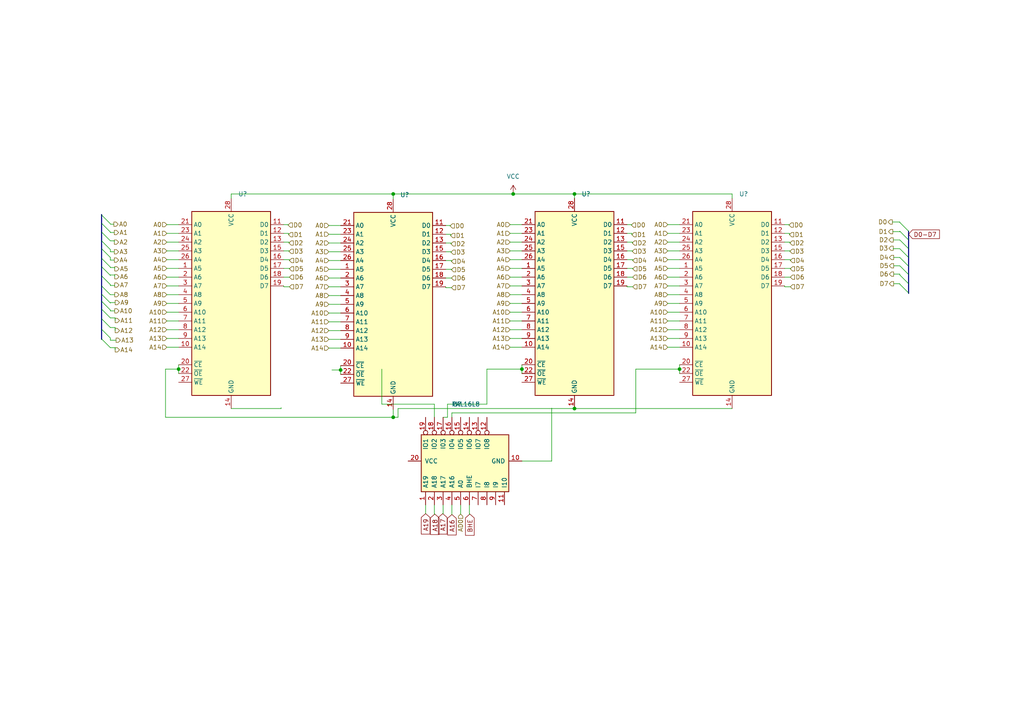
<source format=kicad_sch>
(kicad_sch (version 20211123) (generator eeschema)

  (uuid 701e66a6-20ad-49e7-bad5-df896f91e06e)

  (paper "A4")

  (lib_symbols
    (symbol "Memory_RAM:CY7C199" (in_bom yes) (on_board yes)
      (property "Reference" "U" (id 0) (at -11.43 27.94 0)
        (effects (font (size 1.27 1.27)) (justify left))
      )
      (property "Value" "CY7C199" (id 1) (at 3.81 27.94 0)
        (effects (font (size 1.27 1.27)) (justify left))
      )
      (property "Footprint" "" (id 2) (at 0 0 0)
        (effects (font (size 1.27 1.27)) hide)
      )
      (property "Datasheet" "" (id 3) (at 0 0 0)
        (effects (font (size 1.27 1.27)) hide)
      )
      (symbol "CY7C199_0_0"
        (pin power_in line (at 0 -30.48 90) (length 3.81)
          (name "GND" (effects (font (size 1.27 1.27))))
          (number "14" (effects (font (size 1.27 1.27))))
        )
        (pin power_in line (at 0 30.48 270) (length 3.81)
          (name "VCC" (effects (font (size 1.27 1.27))))
          (number "28" (effects (font (size 1.27 1.27))))
        )
      )
      (symbol "CY7C199_0_1"
        (rectangle (start -11.43 26.67) (end 11.43 -26.67)
          (stroke (width 0.254) (type default) (color 0 0 0 0))
          (fill (type background))
        )
      )
      (symbol "CY7C199_1_1"
        (pin input line (at -15.24 10.16 0) (length 3.81)
          (name "A5" (effects (font (size 1.27 1.27))))
          (number "1" (effects (font (size 1.27 1.27))))
        )
        (pin input line (at -15.24 -12.7 0) (length 3.81)
          (name "A14" (effects (font (size 1.27 1.27))))
          (number "10" (effects (font (size 1.27 1.27))))
        )
        (pin tri_state line (at 15.24 22.86 180) (length 3.81)
          (name "D0" (effects (font (size 1.27 1.27))))
          (number "11" (effects (font (size 1.27 1.27))))
        )
        (pin tri_state line (at 15.24 20.32 180) (length 3.81)
          (name "D1" (effects (font (size 1.27 1.27))))
          (number "12" (effects (font (size 1.27 1.27))))
        )
        (pin tri_state line (at 15.24 17.78 180) (length 3.81)
          (name "D2" (effects (font (size 1.27 1.27))))
          (number "13" (effects (font (size 1.27 1.27))))
        )
        (pin tri_state line (at 15.24 15.24 180) (length 3.81)
          (name "D3" (effects (font (size 1.27 1.27))))
          (number "15" (effects (font (size 1.27 1.27))))
        )
        (pin tri_state line (at 15.24 12.7 180) (length 3.81)
          (name "D4" (effects (font (size 1.27 1.27))))
          (number "16" (effects (font (size 1.27 1.27))))
        )
        (pin tri_state line (at 15.24 10.16 180) (length 3.81)
          (name "D5" (effects (font (size 1.27 1.27))))
          (number "17" (effects (font (size 1.27 1.27))))
        )
        (pin tri_state line (at 15.24 7.62 180) (length 3.81)
          (name "D6" (effects (font (size 1.27 1.27))))
          (number "18" (effects (font (size 1.27 1.27))))
        )
        (pin tri_state line (at 15.24 5.08 180) (length 3.81)
          (name "D7" (effects (font (size 1.27 1.27))))
          (number "19" (effects (font (size 1.27 1.27))))
        )
        (pin input line (at -15.24 7.62 0) (length 3.81)
          (name "A6" (effects (font (size 1.27 1.27))))
          (number "2" (effects (font (size 1.27 1.27))))
        )
        (pin input line (at -15.24 -17.78 0) (length 3.81)
          (name "~{CE}" (effects (font (size 1.27 1.27))))
          (number "20" (effects (font (size 1.27 1.27))))
        )
        (pin input line (at -15.24 22.86 0) (length 3.81)
          (name "A0" (effects (font (size 1.27 1.27))))
          (number "21" (effects (font (size 1.27 1.27))))
        )
        (pin input line (at -15.24 -20.32 0) (length 3.81)
          (name "~{OE}" (effects (font (size 1.27 1.27))))
          (number "22" (effects (font (size 1.27 1.27))))
        )
        (pin input line (at -15.24 20.32 0) (length 3.81)
          (name "A1" (effects (font (size 1.27 1.27))))
          (number "23" (effects (font (size 1.27 1.27))))
        )
        (pin input line (at -15.24 17.78 0) (length 3.81)
          (name "A2" (effects (font (size 1.27 1.27))))
          (number "24" (effects (font (size 1.27 1.27))))
        )
        (pin input line (at -15.24 15.24 0) (length 3.81)
          (name "A3" (effects (font (size 1.27 1.27))))
          (number "25" (effects (font (size 1.27 1.27))))
        )
        (pin input line (at -15.24 12.7 0) (length 3.81)
          (name "A4" (effects (font (size 1.27 1.27))))
          (number "26" (effects (font (size 1.27 1.27))))
        )
        (pin input line (at -15.24 -22.86 0) (length 3.81)
          (name "~{WE}" (effects (font (size 1.27 1.27))))
          (number "27" (effects (font (size 1.27 1.27))))
        )
        (pin input line (at -15.24 5.08 0) (length 3.81)
          (name "A7" (effects (font (size 1.27 1.27))))
          (number "3" (effects (font (size 1.27 1.27))))
        )
        (pin input line (at -15.24 2.54 0) (length 3.81)
          (name "A8" (effects (font (size 1.27 1.27))))
          (number "4" (effects (font (size 1.27 1.27))))
        )
        (pin input line (at -15.24 0 0) (length 3.81)
          (name "A9" (effects (font (size 1.27 1.27))))
          (number "5" (effects (font (size 1.27 1.27))))
        )
        (pin input line (at -15.24 -2.54 0) (length 3.81)
          (name "A10" (effects (font (size 1.27 1.27))))
          (number "6" (effects (font (size 1.27 1.27))))
        )
        (pin input line (at -15.24 -5.08 0) (length 3.81)
          (name "A11" (effects (font (size 1.27 1.27))))
          (number "7" (effects (font (size 1.27 1.27))))
        )
        (pin input line (at -15.24 -7.62 0) (length 3.81)
          (name "A12" (effects (font (size 1.27 1.27))))
          (number "8" (effects (font (size 1.27 1.27))))
        )
        (pin input line (at -15.24 -10.16 0) (length 3.81)
          (name "A13" (effects (font (size 1.27 1.27))))
          (number "9" (effects (font (size 1.27 1.27))))
        )
      )
    )
    (symbol "PAL16L8_2" (pin_names (offset 1.016)) (in_bom yes) (on_board yes)
      (property "Reference" "U?" (id 0) (at 16.51 3.5814 90)
        (effects (font (size 1.27 1.27)))
      )
      (property "Value" "PAL16L8" (id 1) (at 16.51 1.0414 90)
        (effects (font (size 1.27 1.27)))
      )
      (property "Footprint" "" (id 2) (at 0 0 0)
        (effects (font (size 1.27 1.27)) hide)
      )
      (property "Datasheet" "" (id 3) (at 0 0 0)
        (effects (font (size 1.27 1.27)) hide)
      )
      (property "ki_keywords" "PAL PLD 16L8" (id 4) (at 0 0 0)
        (effects (font (size 1.27 1.27)) hide)
      )
      (property "ki_description" "Programmable Logic Array, DIP-20" (id 5) (at 0 0 0)
        (effects (font (size 1.27 1.27)) hide)
      )
      (property "ki_fp_filters" "DIP* PDIP*" (id 6) (at 0 0 0)
        (effects (font (size 1.27 1.27)) hide)
      )
      (symbol "PAL16L8_2_0_0"
        (pin power_in line (at 0 -15.24 90) (length 3.81)
          (name "GND" (effects (font (size 1.27 1.27))))
          (number "10" (effects (font (size 1.27 1.27))))
        )
        (pin power_in line (at 0 17.78 270) (length 3.81)
          (name "VCC" (effects (font (size 1.27 1.27))))
          (number "20" (effects (font (size 1.27 1.27))))
        )
      )
      (symbol "PAL16L8_2_0_1"
        (rectangle (start -8.89 13.97) (end 7.62 -11.43)
          (stroke (width 0.254) (type default) (color 0 0 0 0))
          (fill (type background))
        )
      )
      (symbol "PAL16L8_2_1_1"
        (pin input line (at -12.7 12.7 0) (length 3.81)
          (name "A19" (effects (font (size 1.27 1.27))))
          (number "1" (effects (font (size 1.27 1.27))))
        )
        (pin input line (at -12.7 -10.16 0) (length 3.81)
          (name "I10" (effects (font (size 1.27 1.27))))
          (number "11" (effects (font (size 1.27 1.27))))
        )
        (pin tri_state inverted (at 12.7 -5.08 180) (length 5.08)
          (name "IO8" (effects (font (size 1.27 1.27))))
          (number "12" (effects (font (size 1.27 1.27))))
        )
        (pin tri_state inverted (at 12.7 -2.54 180) (length 5.08)
          (name "IO7" (effects (font (size 1.27 1.27))))
          (number "13" (effects (font (size 1.27 1.27))))
        )
        (pin tri_state inverted (at 12.7 0 180) (length 5.08)
          (name "IO6" (effects (font (size 1.27 1.27))))
          (number "14" (effects (font (size 1.27 1.27))))
        )
        (pin tri_state inverted (at 12.7 2.54 180) (length 5.08)
          (name "IO5" (effects (font (size 1.27 1.27))))
          (number "15" (effects (font (size 1.27 1.27))))
        )
        (pin tri_state inverted (at 12.7 5.08 180) (length 5.08)
          (name "IO4" (effects (font (size 1.27 1.27))))
          (number "16" (effects (font (size 1.27 1.27))))
        )
        (pin tri_state inverted (at 12.7 7.62 180) (length 5.08)
          (name "I03" (effects (font (size 1.27 1.27))))
          (number "17" (effects (font (size 1.27 1.27))))
        )
        (pin tri_state inverted (at 12.7 10.16 180) (length 5.08)
          (name "IO2" (effects (font (size 1.27 1.27))))
          (number "18" (effects (font (size 1.27 1.27))))
        )
        (pin tri_state inverted (at 12.7 12.7 180) (length 5.08)
          (name "IO1" (effects (font (size 1.27 1.27))))
          (number "19" (effects (font (size 1.27 1.27))))
        )
        (pin input line (at -12.7 10.16 0) (length 3.81)
          (name "A18" (effects (font (size 1.27 1.27))))
          (number "2" (effects (font (size 1.27 1.27))))
        )
        (pin input line (at -12.7 7.62 0) (length 3.81)
          (name "A17" (effects (font (size 1.27 1.27))))
          (number "3" (effects (font (size 1.27 1.27))))
        )
        (pin input line (at -12.7 5.08 0) (length 3.81)
          (name "A16" (effects (font (size 1.27 1.27))))
          (number "4" (effects (font (size 1.27 1.27))))
        )
        (pin input line (at -12.7 2.54 0) (length 3.81)
          (name "A0" (effects (font (size 1.27 1.27))))
          (number "5" (effects (font (size 1.27 1.27))))
        )
        (pin input line (at -12.7 0 0) (length 3.81)
          (name "BHE" (effects (font (size 1.27 1.27))))
          (number "6" (effects (font (size 1.27 1.27))))
        )
        (pin input line (at -12.7 -2.54 0) (length 3.81)
          (name "I7" (effects (font (size 1.27 1.27))))
          (number "7" (effects (font (size 1.27 1.27))))
        )
        (pin input line (at -12.7 -5.08 0) (length 3.81)
          (name "I8" (effects (font (size 1.27 1.27))))
          (number "8" (effects (font (size 1.27 1.27))))
        )
        (pin input line (at -12.7 -7.62 0) (length 3.81)
          (name "I9" (effects (font (size 1.27 1.27))))
          (number "9" (effects (font (size 1.27 1.27))))
        )
      )
    )
    (symbol "power:VCC" (power) (pin_names (offset 0)) (in_bom yes) (on_board yes)
      (property "Reference" "#PWR" (id 0) (at 0 -3.81 0)
        (effects (font (size 1.27 1.27)) hide)
      )
      (property "Value" "VCC" (id 1) (at 0 3.81 0)
        (effects (font (size 1.27 1.27)))
      )
      (property "Footprint" "" (id 2) (at 0 0 0)
        (effects (font (size 1.27 1.27)) hide)
      )
      (property "Datasheet" "" (id 3) (at 0 0 0)
        (effects (font (size 1.27 1.27)) hide)
      )
      (property "ki_keywords" "power-flag" (id 4) (at 0 0 0)
        (effects (font (size 1.27 1.27)) hide)
      )
      (property "ki_description" "Power symbol creates a global label with name \"VCC\"" (id 5) (at 0 0 0)
        (effects (font (size 1.27 1.27)) hide)
      )
      (symbol "VCC_0_1"
        (polyline
          (pts
            (xy -0.762 1.27)
            (xy 0 2.54)
          )
          (stroke (width 0) (type default) (color 0 0 0 0))
          (fill (type none))
        )
        (polyline
          (pts
            (xy 0 0)
            (xy 0 2.54)
          )
          (stroke (width 0) (type default) (color 0 0 0 0))
          (fill (type none))
        )
        (polyline
          (pts
            (xy 0 2.54)
            (xy 0.762 1.27)
          )
          (stroke (width 0) (type default) (color 0 0 0 0))
          (fill (type none))
        )
      )
      (symbol "VCC_1_1"
        (pin power_in line (at 0 0 90) (length 0) hide
          (name "VCC" (effects (font (size 1.27 1.27))))
          (number "1" (effects (font (size 1.27 1.27))))
        )
      )
    )
  )

  (junction (at 98.806 107.315) (diameter 0) (color 0 0 0 0)
    (uuid 15944f70-d4e2-4663-a75a-0ccd379c2c02)
  )
  (junction (at 51.816 107.061) (diameter 0) (color 0 0 0 0)
    (uuid 40d213b9-7cde-4334-a2e0-f9abe0362eac)
  )
  (junction (at 114.046 121.031) (diameter 0) (color 0 0 0 0)
    (uuid 4938fedb-5d74-4d5b-ae30-443540e0f96f)
  )
  (junction (at 148.844 56.261) (diameter 0) (color 0 0 0 0)
    (uuid 866331ee-baed-4cae-8138-7d3003bb934d)
  )
  (junction (at 151.384 107.061) (diameter 0) (color 0 0 0 0)
    (uuid 871aed7c-2443-49e1-a6e4-78f77fd24517)
  )
  (junction (at 114.046 56.261) (diameter 0) (color 0 0 0 0)
    (uuid 8b665958-9b7f-4b56-aeb3-034a729c74bb)
  )
  (junction (at 166.624 118.491) (diameter 0) (color 0 0 0 0)
    (uuid a11dd26e-b2a9-4baf-a1c1-231ab98ed3a7)
  )
  (junction (at 166.624 56.261) (diameter 0) (color 0 0 0 0)
    (uuid de2a156d-372c-4332-84e4-a3c804a128c5)
  )
  (junction (at 197.104 107.061) (diameter 0) (color 0 0 0 0)
    (uuid e56b5505-5ca5-4aa6-bab8-e5107fc6c780)
  )

  (bus_entry (at 29.464 89.662) (size 2.54 2.54)
    (stroke (width 0) (type default) (color 0 0 0 0))
    (uuid 493a098f-9c49-4816-8e8b-d1d71994d9ad)
  )
  (bus_entry (at 29.464 82.931) (size 2.54 2.54)
    (stroke (width 0) (type default) (color 0 0 0 0))
    (uuid 493a098f-9c49-4816-8e8b-d1d71994d9ad)
  )
  (bus_entry (at 29.464 80.01) (size 2.54 2.54)
    (stroke (width 0) (type default) (color 0 0 0 0))
    (uuid 493a098f-9c49-4816-8e8b-d1d71994d9ad)
  )
  (bus_entry (at 29.464 85.344) (size 2.54 2.54)
    (stroke (width 0) (type default) (color 0 0 0 0))
    (uuid 493a098f-9c49-4816-8e8b-d1d71994d9ad)
  )
  (bus_entry (at 29.464 87.376) (size 2.54 2.54)
    (stroke (width 0) (type default) (color 0 0 0 0))
    (uuid 493a098f-9c49-4816-8e8b-d1d71994d9ad)
  )
  (bus_entry (at 29.464 92.456) (size 2.54 2.54)
    (stroke (width 0) (type default) (color 0 0 0 0))
    (uuid 493a098f-9c49-4816-8e8b-d1d71994d9ad)
  )
  (bus_entry (at 29.464 95.504) (size 2.54 2.54)
    (stroke (width 0) (type default) (color 0 0 0 0))
    (uuid 493a098f-9c49-4816-8e8b-d1d71994d9ad)
  )
  (bus_entry (at 29.464 98.298) (size 2.54 2.54)
    (stroke (width 0) (type default) (color 0 0 0 0))
    (uuid 493a098f-9c49-4816-8e8b-d1d71994d9ad)
  )
  (bus_entry (at 29.464 62.357) (size 2.54 2.54)
    (stroke (width 0) (type default) (color 0 0 0 0))
    (uuid 493a098f-9c49-4816-8e8b-d1d71994d9ad)
  )
  (bus_entry (at 29.464 77.343) (size 2.54 2.54)
    (stroke (width 0) (type default) (color 0 0 0 0))
    (uuid 493a098f-9c49-4816-8e8b-d1d71994d9ad)
  )
  (bus_entry (at 29.464 74.93) (size 2.54 2.54)
    (stroke (width 0) (type default) (color 0 0 0 0))
    (uuid 493a098f-9c49-4816-8e8b-d1d71994d9ad)
  )
  (bus_entry (at 29.464 72.136) (size 2.54 2.54)
    (stroke (width 0) (type default) (color 0 0 0 0))
    (uuid 493a098f-9c49-4816-8e8b-d1d71994d9ad)
  )
  (bus_entry (at 29.464 69.85) (size 2.54 2.54)
    (stroke (width 0) (type default) (color 0 0 0 0))
    (uuid 493a098f-9c49-4816-8e8b-d1d71994d9ad)
  )
  (bus_entry (at 29.464 67.31) (size 2.54 2.54)
    (stroke (width 0) (type default) (color 0 0 0 0))
    (uuid 493a098f-9c49-4816-8e8b-d1d71994d9ad)
  )
  (bus_entry (at 29.464 64.77) (size 2.54 2.54)
    (stroke (width 0) (type default) (color 0 0 0 0))
    (uuid 493a098f-9c49-4816-8e8b-d1d71994d9ad)
  )
  (bus_entry (at 260.985 72.136) (size 2.54 2.54)
    (stroke (width 0) (type default) (color 0 0 0 0))
    (uuid cbffbab9-2c90-491c-bca9-99f649987a3d)
  )
  (bus_entry (at 260.985 69.596) (size 2.54 2.54)
    (stroke (width 0) (type default) (color 0 0 0 0))
    (uuid cbffbab9-2c90-491c-bca9-99f649987a3d)
  )
  (bus_entry (at 260.985 67.056) (size 2.54 2.54)
    (stroke (width 0) (type default) (color 0 0 0 0))
    (uuid cbffbab9-2c90-491c-bca9-99f649987a3d)
  )
  (bus_entry (at 260.985 74.676) (size 2.54 2.54)
    (stroke (width 0) (type default) (color 0 0 0 0))
    (uuid cbffbab9-2c90-491c-bca9-99f649987a3d)
  )
  (bus_entry (at 260.985 77.089) (size 2.54 2.54)
    (stroke (width 0) (type default) (color 0 0 0 0))
    (uuid cbffbab9-2c90-491c-bca9-99f649987a3d)
  )
  (bus_entry (at 260.985 79.756) (size 2.54 2.54)
    (stroke (width 0) (type default) (color 0 0 0 0))
    (uuid cbffbab9-2c90-491c-bca9-99f649987a3d)
  )
  (bus_entry (at 260.985 82.423) (size 2.54 2.54)
    (stroke (width 0) (type default) (color 0 0 0 0))
    (uuid cbffbab9-2c90-491c-bca9-99f649987a3d)
  )
  (bus_entry (at 260.985 64.516) (size 2.54 2.54)
    (stroke (width 0) (type default) (color 0 0 0 0))
    (uuid cbffbab9-2c90-491c-bca9-99f649987a3d)
  )

  (wire (pts (xy 33.274 77.597) (xy 32.004 77.597))
    (stroke (width 0) (type default) (color 0 0 0 0))
    (uuid 0009519b-4bb5-4656-8fdc-7ebebc077c3c)
  )
  (wire (pts (xy 166.624 118.491) (xy 115.443 118.491))
    (stroke (width 0) (type default) (color 0 0 0 0))
    (uuid 000d57c3-02e6-4e6f-a674-a64969eae1fc)
  )
  (bus (pts (xy 263.525 82.296) (xy 263.525 84.963))
    (stroke (width 0) (type default) (color 0 0 0 0))
    (uuid 00738fb2-6610-4196-afce-d989b19ec785)
  )

  (wire (pts (xy 227.584 75.311) (xy 229.235 75.311))
    (stroke (width 0) (type default) (color 0 0 0 0))
    (uuid 01b06acb-e537-486c-9ccc-890b6b296583)
  )
  (wire (pts (xy 197.104 90.551) (xy 193.675 90.551))
    (stroke (width 0) (type default) (color 0 0 0 0))
    (uuid 02610a1c-8b2f-4327-b44c-7fb73a75d53a)
  )
  (wire (pts (xy 48.387 82.931) (xy 51.816 82.931))
    (stroke (width 0) (type default) (color 0 0 0 0))
    (uuid 02a148b3-b795-4bef-ab5f-ee1221907e5d)
  )
  (wire (pts (xy 181.864 83.185) (xy 181.864 82.931))
    (stroke (width 0) (type default) (color 0 0 0 0))
    (uuid 043a107e-7749-4418-878a-974a7e682fb6)
  )
  (wire (pts (xy 130.937 83.439) (xy 129.286 83.439))
    (stroke (width 0) (type default) (color 0 0 0 0))
    (uuid 08370cfa-5a68-4857-b4d8-60eca1860178)
  )
  (wire (pts (xy 33.655 98.679) (xy 32.004 98.679))
    (stroke (width 0) (type default) (color 0 0 0 0))
    (uuid 09fa8716-10a1-49d0-a461-bd0a1cb80cbd)
  )
  (wire (pts (xy 32.004 67.437) (xy 32.004 67.31))
    (stroke (width 0) (type default) (color 0 0 0 0))
    (uuid 0a5f8416-a9e6-4531-95ed-12c29aa29a07)
  )
  (wire (pts (xy 33.274 79.756) (xy 32.004 79.756))
    (stroke (width 0) (type default) (color 0 0 0 0))
    (uuid 0cddd413-f951-4444-9293-8534a13fe446)
  )
  (wire (pts (xy 129.286 73.025) (xy 130.81 73.025))
    (stroke (width 0) (type default) (color 0 0 0 0))
    (uuid 0fecf1e3-4a63-4a1d-b42d-59034baa270e)
  )
  (wire (pts (xy 115.443 118.491) (xy 115.443 121.031))
    (stroke (width 0) (type default) (color 0 0 0 0))
    (uuid 10583ad8-e09b-4fc8-bce0-715689dea7d8)
  )
  (wire (pts (xy 33.147 70.231) (xy 33.147 69.85))
    (stroke (width 0) (type default) (color 0 0 0 0))
    (uuid 112389c7-4661-4d62-b40a-6d3833c985b1)
  )
  (wire (pts (xy 82.296 72.771) (xy 83.82 72.771))
    (stroke (width 0) (type default) (color 0 0 0 0))
    (uuid 1435e9a9-1331-40fd-8caa-e1c02c123f2a)
  )
  (bus (pts (xy 263.525 67.056) (xy 263.525 69.596))
    (stroke (width 0) (type default) (color 0 0 0 0))
    (uuid 15968e2f-0961-4b74-8388-09d57492d295)
  )

  (wire (pts (xy 258.953 67.183) (xy 260.985 67.183))
    (stroke (width 0) (type default) (color 0 0 0 0))
    (uuid 15f94c13-5ba8-4449-bc4a-92f320f4e6ba)
  )
  (wire (pts (xy 51.816 88.011) (xy 48.387 88.011))
    (stroke (width 0) (type default) (color 0 0 0 0))
    (uuid 1671601f-9684-4984-a074-fe6e8c29c679)
  )
  (wire (pts (xy 227.584 65.151) (xy 228.854 65.151))
    (stroke (width 0) (type default) (color 0 0 0 0))
    (uuid 18751b85-fed4-4af0-ba5b-500189b67e94)
  )
  (wire (pts (xy 228.854 65.151) (xy 228.854 65.278))
    (stroke (width 0) (type default) (color 0 0 0 0))
    (uuid 18f20737-0932-47c7-ab7a-c48aaccbd84d)
  )
  (wire (pts (xy 98.806 67.945) (xy 95.377 67.945))
    (stroke (width 0) (type default) (color 0 0 0 0))
    (uuid 19606db3-0465-4029-9611-9d0d25281321)
  )
  (wire (pts (xy 98.806 107.315) (xy 98.806 108.585))
    (stroke (width 0) (type default) (color 0 0 0 0))
    (uuid 1a2a4fd4-46ab-484d-a9b3-8fef67c18208)
  )
  (wire (pts (xy 82.296 70.231) (xy 83.82 70.231))
    (stroke (width 0) (type default) (color 0 0 0 0))
    (uuid 1a3ab8ea-03f0-46a0-9249-2fb68ca69e5f)
  )
  (wire (pts (xy 197.104 77.851) (xy 193.675 77.851))
    (stroke (width 0) (type default) (color 0 0 0 0))
    (uuid 1b294756-dc34-4465-9b1c-173f948bafd3)
  )
  (wire (pts (xy 33.274 77.597) (xy 33.274 77.978))
    (stroke (width 0) (type default) (color 0 0 0 0))
    (uuid 1bedf028-d086-4415-9066-dbc7c4997c58)
  )
  (bus (pts (xy 263.525 69.596) (xy 263.525 72.136))
    (stroke (width 0) (type default) (color 0 0 0 0))
    (uuid 1ce37865-27e0-4340-93aa-c7af929ef19d)
  )

  (wire (pts (xy 260.985 72.136) (xy 259.08 72.136))
    (stroke (width 0) (type default) (color 0 0 0 0))
    (uuid 1d41d1a1-1afb-4ca7-8c55-a4b7104049be)
  )
  (wire (pts (xy 82.296 77.851) (xy 83.947 77.851))
    (stroke (width 0) (type default) (color 0 0 0 0))
    (uuid 1d9b19cd-27b6-4cec-8284-9307bbe0c837)
  )
  (wire (pts (xy 114.046 118.745) (xy 114.046 121.031))
    (stroke (width 0) (type default) (color 0 0 0 0))
    (uuid 1f19c1fb-c1ea-433b-b125-31cfdc875093)
  )
  (wire (pts (xy 151.384 98.171) (xy 147.955 98.171))
    (stroke (width 0) (type default) (color 0 0 0 0))
    (uuid 1f60f603-d1c5-421f-aabf-acdb07c4f2d0)
  )
  (wire (pts (xy 130.937 78.105) (xy 130.937 78.232))
    (stroke (width 0) (type default) (color 0 0 0 0))
    (uuid 1fe2658f-7dfe-4cd9-914a-ce0ba3f1e2de)
  )
  (wire (pts (xy 129.286 78.105) (xy 130.937 78.105))
    (stroke (width 0) (type default) (color 0 0 0 0))
    (uuid 20c4b8b0-940e-41e8-a352-6ce459a070c8)
  )
  (bus (pts (xy 29.464 69.85) (xy 29.464 72.136))
    (stroke (width 0) (type default) (color 0 0 0 0))
    (uuid 2422d937-9e1e-4358-b158-dd4962f210e2)
  )

  (wire (pts (xy 131.064 119.761) (xy 184.404 119.761))
    (stroke (width 0) (type default) (color 0 0 0 0))
    (uuid 244b7c7f-cb7e-4c48-855a-fbf95ea104a0)
  )
  (wire (pts (xy 141.224 117.221) (xy 129.794 117.221))
    (stroke (width 0) (type default) (color 0 0 0 0))
    (uuid 24a00d90-d815-4779-8c37-bc827e23be64)
  )
  (wire (pts (xy 32.004 82.804) (xy 32.004 82.55))
    (stroke (width 0) (type default) (color 0 0 0 0))
    (uuid 2527d5c3-b9c1-4730-a04d-d9b5c0d73aa6)
  )
  (wire (pts (xy 183.261 67.691) (xy 183.261 68.072))
    (stroke (width 0) (type default) (color 0 0 0 0))
    (uuid 25cfe5e5-2fcb-49a6-956f-701c44daaa2c)
  )
  (wire (pts (xy 67.056 56.261) (xy 114.046 56.261))
    (stroke (width 0) (type default) (color 0 0 0 0))
    (uuid 25e0f15f-aef0-4561-a370-f9a3d566c529)
  )
  (wire (pts (xy 129.286 83.439) (xy 129.286 83.185))
    (stroke (width 0) (type default) (color 0 0 0 0))
    (uuid 26d75a43-ee3d-45e6-8d9a-5e4ee89e01f1)
  )
  (bus (pts (xy 29.464 72.136) (xy 29.464 74.93))
    (stroke (width 0) (type default) (color 0 0 0 0))
    (uuid 271ad590-36a9-4890-8e20-9af437ec5ade)
  )

  (wire (pts (xy 151.384 95.631) (xy 147.955 95.631))
    (stroke (width 0) (type default) (color 0 0 0 0))
    (uuid 28843f00-78c8-44e5-9ee1-b2d0759bafda)
  )
  (wire (pts (xy 51.816 105.791) (xy 51.816 107.061))
    (stroke (width 0) (type default) (color 0 0 0 0))
    (uuid 289cd762-d08b-489c-8fd7-fea31e7c6036)
  )
  (wire (pts (xy 227.584 77.851) (xy 229.235 77.851))
    (stroke (width 0) (type default) (color 0 0 0 0))
    (uuid 297ee556-a503-4f9d-9e60-0b57cfe7dd27)
  )
  (wire (pts (xy 260.985 67.183) (xy 260.985 67.056))
    (stroke (width 0) (type default) (color 0 0 0 0))
    (uuid 299b8ef7-dcbe-498a-be46-ccf52f4b2a64)
  )
  (bus (pts (xy 29.464 89.662) (xy 29.464 92.456))
    (stroke (width 0) (type default) (color 0 0 0 0))
    (uuid 2a149046-8116-4e80-9622-39abfad4ac4f)
  )

  (wire (pts (xy 151.384 90.551) (xy 147.955 90.551))
    (stroke (width 0) (type default) (color 0 0 0 0))
    (uuid 2aab8f7d-9975-4e8e-be4c-2cae05975668)
  )
  (wire (pts (xy 33.401 92.202) (xy 33.401 92.964))
    (stroke (width 0) (type default) (color 0 0 0 0))
    (uuid 2bb26778-194c-484b-a375-ff315977e4f2)
  )
  (wire (pts (xy 197.104 72.771) (xy 193.675 72.771))
    (stroke (width 0) (type default) (color 0 0 0 0))
    (uuid 2bda7c19-21a8-4212-8dc0-7cf16d320773)
  )
  (wire (pts (xy 148.844 56.261) (xy 166.624 56.261))
    (stroke (width 0) (type default) (color 0 0 0 0))
    (uuid 2d85e117-810b-4e3b-bf57-ce3a8422e091)
  )
  (wire (pts (xy 33.147 67.437) (xy 32.004 67.437))
    (stroke (width 0) (type default) (color 0 0 0 0))
    (uuid 2dc9d86b-22f0-4334-ae22-8c6a74eeee75)
  )
  (wire (pts (xy 151.384 75.311) (xy 147.955 75.311))
    (stroke (width 0) (type default) (color 0 0 0 0))
    (uuid 2e7171a3-887e-4689-9524-06de0e756757)
  )
  (bus (pts (xy 29.464 80.01) (xy 29.464 82.931))
    (stroke (width 0) (type default) (color 0 0 0 0))
    (uuid 32b2469b-031b-48c2-9ee8-139629db3d97)
  )

  (wire (pts (xy 32.004 90.17) (xy 32.004 89.916))
    (stroke (width 0) (type default) (color 0 0 0 0))
    (uuid 32c0ea8f-99c1-41d6-9b6d-dd0f50622bf8)
  )
  (wire (pts (xy 51.816 77.851) (xy 48.387 77.851))
    (stroke (width 0) (type default) (color 0 0 0 0))
    (uuid 32c98cd8-776f-4778-822b-f99272d67658)
  )
  (wire (pts (xy 260.985 64.389) (xy 260.985 64.516))
    (stroke (width 0) (type default) (color 0 0 0 0))
    (uuid 32fd3f5c-7e16-4718-b673-014c20ada28f)
  )
  (wire (pts (xy 67.056 118.491) (xy 81.534 118.491))
    (stroke (width 0) (type default) (color 0 0 0 0))
    (uuid 33afa2be-88cb-4806-83b5-3904e686d32e)
  )
  (wire (pts (xy 151.384 107.061) (xy 151.384 108.331))
    (stroke (width 0) (type default) (color 0 0 0 0))
    (uuid 34f7fe78-a88b-4715-8f4d-1001fe17d32c)
  )
  (wire (pts (xy 32.004 85.471) (xy 33.274 85.471))
    (stroke (width 0) (type default) (color 0 0 0 0))
    (uuid 35c84097-a615-4d99-8c36-b0b27f332f9f)
  )
  (bus (pts (xy 29.464 95.504) (xy 29.464 98.298))
    (stroke (width 0) (type default) (color 0 0 0 0))
    (uuid 3681c529-1ddf-47e7-80aa-eb3f20e364c5)
  )

  (wire (pts (xy 229.108 72.771) (xy 229.108 72.898))
    (stroke (width 0) (type default) (color 0 0 0 0))
    (uuid 38651a93-7b5e-4d08-b5b3-9420b2fec70c)
  )
  (wire (pts (xy 131.064 119.761) (xy 131.064 121.031))
    (stroke (width 0) (type default) (color 0 0 0 0))
    (uuid 3b679abd-9486-4b1a-ac70-8f57df0e02cb)
  )
  (wire (pts (xy 123.444 146.431) (xy 123.444 148.971))
    (stroke (width 0) (type default) (color 0 0 0 0))
    (uuid 3c301409-ab7a-407d-8d55-a67dcefbd162)
  )
  (wire (pts (xy 48.006 121.031) (xy 48.006 107.061))
    (stroke (width 0) (type default) (color 0 0 0 0))
    (uuid 3cf694bc-fa89-4fb6-a707-29578a4dfaa8)
  )
  (wire (pts (xy 32.004 77.597) (xy 32.004 77.47))
    (stroke (width 0) (type default) (color 0 0 0 0))
    (uuid 3d530726-94f2-425c-b3d5-8645c2e5445d)
  )
  (wire (pts (xy 151.384 88.011) (xy 147.955 88.011))
    (stroke (width 0) (type default) (color 0 0 0 0))
    (uuid 4110f202-46e6-4a3a-aaa6-f214f276357c)
  )
  (wire (pts (xy 130.937 75.565) (xy 130.937 75.819))
    (stroke (width 0) (type default) (color 0 0 0 0))
    (uuid 41b7007d-4300-4efb-bcf3-b1229eef9b92)
  )
  (wire (pts (xy 166.624 118.491) (xy 212.344 118.491))
    (stroke (width 0) (type default) (color 0 0 0 0))
    (uuid 4297558a-897d-4660-9c23-13adea661c16)
  )
  (wire (pts (xy 125.984 149.098) (xy 126.111 149.098))
    (stroke (width 0) (type default) (color 0 0 0 0))
    (uuid 42d609cb-f843-46b6-88ec-e42ccefe2569)
  )
  (wire (pts (xy 151.384 72.771) (xy 147.955 72.771))
    (stroke (width 0) (type default) (color 0 0 0 0))
    (uuid 42fd52ad-8d53-4d39-9d91-98f86063efb2)
  )
  (bus (pts (xy 263.525 74.676) (xy 263.525 77.216))
    (stroke (width 0) (type default) (color 0 0 0 0))
    (uuid 43438c2e-d30e-4430-9f71-2e6dca479eff)
  )
  (bus (pts (xy 29.464 64.77) (xy 29.464 67.31))
    (stroke (width 0) (type default) (color 0 0 0 0))
    (uuid 434b7363-95c1-491a-ad63-325baaab05e5)
  )
  (bus (pts (xy 29.464 74.93) (xy 29.464 77.343))
    (stroke (width 0) (type default) (color 0 0 0 0))
    (uuid 436f1244-15ae-4471-82cf-d8888a386480)
  )

  (wire (pts (xy 260.985 79.502) (xy 260.985 79.756))
    (stroke (width 0) (type default) (color 0 0 0 0))
    (uuid 4384b7e1-28be-459e-9a19-dfc2b1775bd6)
  )
  (wire (pts (xy 197.104 67.691) (xy 193.675 67.691))
    (stroke (width 0) (type default) (color 0 0 0 0))
    (uuid 439530de-e051-47b4-a087-0fa13916e6f5)
  )
  (wire (pts (xy 83.947 77.851) (xy 83.947 77.978))
    (stroke (width 0) (type default) (color 0 0 0 0))
    (uuid 4435bb28-5217-4523-9281-f9d7ec5714a4)
  )
  (wire (pts (xy 83.947 83.185) (xy 82.296 83.185))
    (stroke (width 0) (type default) (color 0 0 0 0))
    (uuid 44a40520-75f7-4894-a510-5bdc9b2686e9)
  )
  (wire (pts (xy 32.004 73.025) (xy 32.004 72.39))
    (stroke (width 0) (type default) (color 0 0 0 0))
    (uuid 45105b0e-aa9d-4aa1-b4b1-4fe78377d221)
  )
  (wire (pts (xy 151.384 77.851) (xy 147.955 77.851))
    (stroke (width 0) (type default) (color 0 0 0 0))
    (uuid 4595efe2-62b8-46de-91c2-2eb53babe2e5)
  )
  (wire (pts (xy 151.384 70.231) (xy 147.955 70.231))
    (stroke (width 0) (type default) (color 0 0 0 0))
    (uuid 4709bea7-92a0-445b-8902-370a96e4cd08)
  )
  (bus (pts (xy 29.464 92.456) (xy 29.464 95.504))
    (stroke (width 0) (type default) (color 0 0 0 0))
    (uuid 471ddd80-8b0e-42c7-994c-1e446b7d30f2)
  )

  (wire (pts (xy 33.147 75.438) (xy 32.004 75.438))
    (stroke (width 0) (type default) (color 0 0 0 0))
    (uuid 47dd2804-90dc-4476-87ac-8f514e9837c1)
  )
  (wire (pts (xy 33.147 69.85) (xy 32.004 69.85))
    (stroke (width 0) (type default) (color 0 0 0 0))
    (uuid 4b85eaeb-bb18-4269-aeb3-cc9232a19baa)
  )
  (wire (pts (xy 125.984 117.221) (xy 110.744 117.221))
    (stroke (width 0) (type default) (color 0 0 0 0))
    (uuid 4c227bf5-d651-4878-bf32-55d4e2d73903)
  )
  (bus (pts (xy 29.464 85.344) (xy 29.464 87.376))
    (stroke (width 0) (type default) (color 0 0 0 0))
    (uuid 4d105158-3a9d-4932-98d1-e61b2ede1e5c)
  )
  (bus (pts (xy 263.525 84.963) (xy 263.525 85.09))
    (stroke (width 0) (type default) (color 0 0 0 0))
    (uuid 4d379708-8007-48ed-a32d-9e8daae500f7)
  )

  (wire (pts (xy 131.064 146.431) (xy 131.064 149.225))
    (stroke (width 0) (type default) (color 0 0 0 0))
    (uuid 4d9139f3-5a22-4baa-b7e6-fe33de522e06)
  )
  (wire (pts (xy 141.224 107.061) (xy 141.224 117.221))
    (stroke (width 0) (type default) (color 0 0 0 0))
    (uuid 4edba513-3282-4111-9695-49dc58964203)
  )
  (wire (pts (xy 98.806 85.725) (xy 95.377 85.725))
    (stroke (width 0) (type default) (color 0 0 0 0))
    (uuid 4f78f303-9def-4643-baca-ca16c8b66bbb)
  )
  (wire (pts (xy 197.104 107.061) (xy 197.104 108.331))
    (stroke (width 0) (type default) (color 0 0 0 0))
    (uuid 50742817-eeaa-48a4-b6ac-acbc881a685f)
  )
  (wire (pts (xy 51.816 72.771) (xy 48.387 72.771))
    (stroke (width 0) (type default) (color 0 0 0 0))
    (uuid 521860c0-e86f-4190-99b0-3756239cb996)
  )
  (wire (pts (xy 51.816 70.231) (xy 48.387 70.231))
    (stroke (width 0) (type default) (color 0 0 0 0))
    (uuid 5479fcee-f6c7-4bd9-84af-50fb3d744b42)
  )
  (wire (pts (xy 48.387 100.711) (xy 51.816 100.711))
    (stroke (width 0) (type default) (color 0 0 0 0))
    (uuid 548ba57f-036f-45f6-ac13-006c3e56b020)
  )
  (wire (pts (xy 33.02 65.024) (xy 32.004 65.024))
    (stroke (width 0) (type default) (color 0 0 0 0))
    (uuid 5745441a-df54-4a65-9bc1-5e435f4a5359)
  )
  (wire (pts (xy 51.816 107.061) (xy 48.006 107.061))
    (stroke (width 0) (type default) (color 0 0 0 0))
    (uuid 5793fa50-32d0-406c-a8e8-56be09c46262)
  )
  (wire (pts (xy 197.104 70.231) (xy 193.675 70.231))
    (stroke (width 0) (type default) (color 0 0 0 0))
    (uuid 594a4608-974b-4eb4-bfb2-e68ae851cd47)
  )
  (wire (pts (xy 115.443 121.031) (xy 114.046 121.031))
    (stroke (width 0) (type default) (color 0 0 0 0))
    (uuid 5a196363-e2c8-4c6e-b399-3e1bf1b05076)
  )
  (wire (pts (xy 197.104 88.011) (xy 193.675 88.011))
    (stroke (width 0) (type default) (color 0 0 0 0))
    (uuid 5a7b4cb0-5c8d-465f-b623-c9d093406693)
  )
  (wire (pts (xy 181.864 77.851) (xy 183.515 77.851))
    (stroke (width 0) (type default) (color 0 0 0 0))
    (uuid 5c0a8882-aba5-4071-be03-bdaaf7aea771)
  )
  (wire (pts (xy 32.004 87.757) (xy 32.004 87.884))
    (stroke (width 0) (type default) (color 0 0 0 0))
    (uuid 5c1b793f-9099-4164-98a2-7b27d2574d35)
  )
  (wire (pts (xy 128.524 146.431) (xy 128.524 148.971))
    (stroke (width 0) (type default) (color 0 0 0 0))
    (uuid 5cbb486b-3e66-401c-8e42-bc6de512ea2d)
  )
  (wire (pts (xy 229.235 75.311) (xy 229.235 75.565))
    (stroke (width 0) (type default) (color 0 0 0 0))
    (uuid 5ccf7138-9d67-496d-92fc-06a436636c20)
  )
  (wire (pts (xy 181.864 72.771) (xy 183.388 72.771))
    (stroke (width 0) (type default) (color 0 0 0 0))
    (uuid 5cf29db4-9cc1-4423-a9ee-db41cc3cc929)
  )
  (wire (pts (xy 51.816 67.691) (xy 48.387 67.691))
    (stroke (width 0) (type default) (color 0 0 0 0))
    (uuid 5e08bb6b-acab-44f2-b609-786b2f4dcbc8)
  )
  (bus (pts (xy 29.464 77.343) (xy 29.464 80.01))
    (stroke (width 0) (type default) (color 0 0 0 0))
    (uuid 5ffcca67-fbf4-4a3d-9e11-e13588fa0d04)
  )

  (wire (pts (xy 260.985 82.296) (xy 260.985 82.423))
    (stroke (width 0) (type default) (color 0 0 0 0))
    (uuid 60a79b48-ce75-462b-98f2-eba1d3e28542)
  )
  (wire (pts (xy 33.401 94.996) (xy 32.004 94.996))
    (stroke (width 0) (type default) (color 0 0 0 0))
    (uuid 60e9985f-9944-412f-a59d-ae0bd72fa52a)
  )
  (wire (pts (xy 259.207 74.676) (xy 260.985 74.676))
    (stroke (width 0) (type default) (color 0 0 0 0))
    (uuid 619fd7f5-c8d5-4800-8c7f-764b86442a64)
  )
  (wire (pts (xy 197.104 93.091) (xy 193.675 93.091))
    (stroke (width 0) (type default) (color 0 0 0 0))
    (uuid 6262ae34-70a0-4c76-b32c-2c5a92496a7c)
  )
  (wire (pts (xy 259.207 79.502) (xy 260.985 79.502))
    (stroke (width 0) (type default) (color 0 0 0 0))
    (uuid 63b5ba55-63b1-4f65-a15d-166968698186)
  )
  (wire (pts (xy 229.235 77.851) (xy 229.235 77.978))
    (stroke (width 0) (type default) (color 0 0 0 0))
    (uuid 647b33ec-6f6f-44db-a0eb-b9b318db4386)
  )
  (wire (pts (xy 183.515 75.311) (xy 183.515 75.565))
    (stroke (width 0) (type default) (color 0 0 0 0))
    (uuid 64984772-5506-4978-80b2-7816664b051f)
  )
  (wire (pts (xy 130.81 73.025) (xy 130.81 73.152))
    (stroke (width 0) (type default) (color 0 0 0 0))
    (uuid 659f6bff-52a9-49f1-a759-1098525ea1fb)
  )
  (wire (pts (xy 98.806 78.105) (xy 95.377 78.105))
    (stroke (width 0) (type default) (color 0 0 0 0))
    (uuid 65d616c1-3d34-4955-bfe2-5d0d6ed56e94)
  )
  (wire (pts (xy 197.104 65.151) (xy 193.675 65.151))
    (stroke (width 0) (type default) (color 0 0 0 0))
    (uuid 66e1e603-fcd1-4ad0-b8c2-d7c9e535e6e5)
  )
  (wire (pts (xy 151.384 105.791) (xy 151.384 107.061))
    (stroke (width 0) (type default) (color 0 0 0 0))
    (uuid 68b6c1e5-ac93-492a-a459-bafa68a84626)
  )
  (wire (pts (xy 151.384 133.731) (xy 160.02 133.731))
    (stroke (width 0) (type default) (color 0 0 0 0))
    (uuid 6b312af0-0ea3-42ff-a3b6-dd183db31039)
  )
  (wire (pts (xy 33.274 90.17) (xy 32.004 90.17))
    (stroke (width 0) (type default) (color 0 0 0 0))
    (uuid 6bc61136-0bba-410a-af92-e13c202bec2a)
  )
  (wire (pts (xy 129.286 70.485) (xy 130.81 70.485))
    (stroke (width 0) (type default) (color 0 0 0 0))
    (uuid 6f6b11b0-35a1-407f-b648-f9e4c6fb9165)
  )
  (wire (pts (xy 82.296 75.311) (xy 83.947 75.311))
    (stroke (width 0) (type default) (color 0 0 0 0))
    (uuid 715ba84e-5ff1-4a1d-b0e0-2c3e696cc175)
  )
  (wire (pts (xy 98.806 80.645) (xy 95.377 80.645))
    (stroke (width 0) (type default) (color 0 0 0 0))
    (uuid 747cc117-7a46-4e32-a0a4-32bf3c8f9815)
  )
  (wire (pts (xy 184.404 107.061) (xy 184.404 119.761))
    (stroke (width 0) (type default) (color 0 0 0 0))
    (uuid 74d68a63-ea58-4cf4-87fa-fb35a0362281)
  )
  (wire (pts (xy 51.816 98.171) (xy 48.387 98.171))
    (stroke (width 0) (type default) (color 0 0 0 0))
    (uuid 76259d18-712a-40ac-8e0a-927b3d970722)
  )
  (wire (pts (xy 259.08 72.136) (xy 259.08 72.009))
    (stroke (width 0) (type default) (color 0 0 0 0))
    (uuid 775b4f4c-ea1c-47fa-8846-2b73b644cacf)
  )
  (wire (pts (xy 197.104 95.631) (xy 193.675 95.631))
    (stroke (width 0) (type default) (color 0 0 0 0))
    (uuid 78e10939-06fe-403f-a9ae-e5f1b23f19fc)
  )
  (wire (pts (xy 98.806 75.565) (xy 95.377 75.565))
    (stroke (width 0) (type default) (color 0 0 0 0))
    (uuid 7bc9d9b2-4bbe-495c-b064-c7907177e607)
  )
  (wire (pts (xy 129.286 80.645) (xy 130.937 80.645))
    (stroke (width 0) (type default) (color 0 0 0 0))
    (uuid 7caa2ab0-c89c-4ed7-83e8-0b8af86cf718)
  )
  (wire (pts (xy 32.004 98.679) (xy 32.004 98.044))
    (stroke (width 0) (type default) (color 0 0 0 0))
    (uuid 7e8667f2-4218-4e2b-8df2-6b8c41b6a400)
  )
  (wire (pts (xy 82.296 67.691) (xy 83.693 67.691))
    (stroke (width 0) (type default) (color 0 0 0 0))
    (uuid 7f5d85da-a79d-4a44-8f0f-de62521b5211)
  )
  (wire (pts (xy 181.864 65.151) (xy 183.134 65.151))
    (stroke (width 0) (type default) (color 0 0 0 0))
    (uuid 801ae740-56ab-43a8-a635-5b28ca0bf6e3)
  )
  (wire (pts (xy 227.584 72.771) (xy 229.108 72.771))
    (stroke (width 0) (type default) (color 0 0 0 0))
    (uuid 80dd9adc-3bf5-45b3-ada2-8ed231384fb6)
  )
  (wire (pts (xy 181.864 70.231) (xy 183.388 70.231))
    (stroke (width 0) (type default) (color 0 0 0 0))
    (uuid 81fbad4d-54a0-40a5-95bd-fb390e344ce6)
  )
  (wire (pts (xy 197.104 107.061) (xy 184.404 107.061))
    (stroke (width 0) (type default) (color 0 0 0 0))
    (uuid 8469fc4f-4f58-4882-9c5b-c91478084f4a)
  )
  (wire (pts (xy 197.104 105.791) (xy 197.104 107.061))
    (stroke (width 0) (type default) (color 0 0 0 0))
    (uuid 84ba62dd-3b65-4c06-a1e0-e8e982f84067)
  )
  (wire (pts (xy 98.806 65.405) (xy 95.377 65.405))
    (stroke (width 0) (type default) (color 0 0 0 0))
    (uuid 8a62729e-67ac-48a7-9901-9614d56a9e74)
  )
  (wire (pts (xy 83.693 67.691) (xy 83.693 68.072))
    (stroke (width 0) (type default) (color 0 0 0 0))
    (uuid 8b80ce3a-68ee-4973-9544-79e942c96c89)
  )
  (wire (pts (xy 151.384 67.691) (xy 147.955 67.691))
    (stroke (width 0) (type default) (color 0 0 0 0))
    (uuid 8bd0e35e-92f6-499d-9a84-5c84a1680078)
  )
  (wire (pts (xy 82.296 65.151) (xy 83.566 65.151))
    (stroke (width 0) (type default) (color 0 0 0 0))
    (uuid 8ccce2c5-fe82-41bb-b977-d70b9cc5208c)
  )
  (wire (pts (xy 83.947 75.311) (xy 83.947 75.565))
    (stroke (width 0) (type default) (color 0 0 0 0))
    (uuid 8e91f202-e08b-41a8-9c88-ca6e4c554123)
  )
  (wire (pts (xy 51.816 65.151) (xy 48.387 65.151))
    (stroke (width 0) (type default) (color 0 0 0 0))
    (uuid 8f2a5d66-96ef-4dd6-b09c-b48683eca52f)
  )
  (wire (pts (xy 197.104 85.471) (xy 193.675 85.471))
    (stroke (width 0) (type default) (color 0 0 0 0))
    (uuid 8fab8079-66b2-4621-8267-3ef39a399fad)
  )
  (wire (pts (xy 83.82 72.771) (xy 83.82 72.898))
    (stroke (width 0) (type default) (color 0 0 0 0))
    (uuid 8fdeede0-3a1b-4656-9b4f-7230753d094a)
  )
  (wire (pts (xy 197.104 75.311) (xy 193.675 75.311))
    (stroke (width 0) (type default) (color 0 0 0 0))
    (uuid 9172a2df-b351-4197-b2b0-1ebc6193c881)
  )
  (wire (pts (xy 98.806 70.485) (xy 95.377 70.485))
    (stroke (width 0) (type default) (color 0 0 0 0))
    (uuid 925ab2d4-7dd2-498a-9fb7-c9376858ef6c)
  )
  (wire (pts (xy 259.207 77.089) (xy 260.985 77.089))
    (stroke (width 0) (type default) (color 0 0 0 0))
    (uuid 9385211c-9aff-4bff-8bac-3f4ff416b3c8)
  )
  (bus (pts (xy 29.464 67.31) (xy 29.464 69.85))
    (stroke (width 0) (type default) (color 0 0 0 0))
    (uuid 95c93166-e336-47df-a605-7f79594456dc)
  )

  (wire (pts (xy 48.006 121.031) (xy 114.046 121.031))
    (stroke (width 0) (type default) (color 0 0 0 0))
    (uuid 9683a53d-9399-4808-96c2-257693d0f044)
  )
  (wire (pts (xy 67.056 57.531) (xy 67.056 56.261))
    (stroke (width 0) (type default) (color 0 0 0 0))
    (uuid 96af6027-55a0-4157-96b7-5d3f6a043135)
  )
  (wire (pts (xy 130.683 67.945) (xy 130.683 68.326))
    (stroke (width 0) (type default) (color 0 0 0 0))
    (uuid 988beab1-86d2-450d-8543-a38079feef6d)
  )
  (wire (pts (xy 136.144 146.431) (xy 136.144 149.098))
    (stroke (width 0) (type default) (color 0 0 0 0))
    (uuid 98fbfa2f-624d-4181-a67b-527612c144a9)
  )
  (bus (pts (xy 29.464 87.376) (xy 29.464 89.662))
    (stroke (width 0) (type default) (color 0 0 0 0))
    (uuid 9a51c86d-df21-4c33-9c2b-30f660b3a5b7)
  )

  (wire (pts (xy 227.584 80.391) (xy 229.235 80.391))
    (stroke (width 0) (type default) (color 0 0 0 0))
    (uuid 9ab85118-bdfd-4c5e-a11c-23cff2b4da93)
  )
  (wire (pts (xy 95.377 100.965) (xy 98.806 100.965))
    (stroke (width 0) (type default) (color 0 0 0 0))
    (uuid 9ba8f7c1-59af-4299-836c-8210b65eef8e)
  )
  (wire (pts (xy 125.984 146.431) (xy 125.984 149.098))
    (stroke (width 0) (type default) (color 0 0 0 0))
    (uuid 9c458975-539b-4a2e-b8ce-698a04484bc0)
  )
  (wire (pts (xy 259.207 82.296) (xy 260.985 82.296))
    (stroke (width 0) (type default) (color 0 0 0 0))
    (uuid 9cd2a414-2425-4d49-8be0-6e255747ee2c)
  )
  (bus (pts (xy 29.464 62.23) (xy 29.464 62.357))
    (stroke (width 0) (type default) (color 0 0 0 0))
    (uuid 9cf9cc97-0a2c-4992-b4e0-4ecb3ab72baf)
  )

  (wire (pts (xy 82.296 80.391) (xy 83.947 80.391))
    (stroke (width 0) (type default) (color 0 0 0 0))
    (uuid 9f547dc1-651e-4228-86ba-175010b51396)
  )
  (wire (pts (xy 33.147 73.025) (xy 32.004 73.025))
    (stroke (width 0) (type default) (color 0 0 0 0))
    (uuid 9f57d97f-0cab-435a-8104-fca52ba46a88)
  )
  (wire (pts (xy 33.401 101.473) (xy 33.401 100.838))
    (stroke (width 0) (type default) (color 0 0 0 0))
    (uuid a1f72dc0-df07-4238-8c0f-1a6085908322)
  )
  (wire (pts (xy 83.566 65.151) (xy 83.566 65.278))
    (stroke (width 0) (type default) (color 0 0 0 0))
    (uuid a318815f-9fc9-4c6b-9037-2a9913ec9fbd)
  )
  (wire (pts (xy 136.144 149.098) (xy 136.271 149.098))
    (stroke (width 0) (type default) (color 0 0 0 0))
    (uuid a537b46e-5ce2-478d-bc55-ec6caba80f07)
  )
  (wire (pts (xy 32.004 74.676) (xy 32.004 75.438))
    (stroke (width 0) (type default) (color 0 0 0 0))
    (uuid a70bb4e5-988f-42e0-854b-2eaff0936687)
  )
  (wire (pts (xy 129.286 75.565) (xy 130.937 75.565))
    (stroke (width 0) (type default) (color 0 0 0 0))
    (uuid a9cb80e7-002f-4ec8-868e-9f9997124929)
  )
  (bus (pts (xy 29.464 62.357) (xy 29.464 64.77))
    (stroke (width 0) (type default) (color 0 0 0 0))
    (uuid a9cc769a-2439-49aa-ada1-3963e0f411af)
  )

  (wire (pts (xy 33.274 79.756) (xy 33.274 80.264))
    (stroke (width 0) (type default) (color 0 0 0 0))
    (uuid aa778994-c729-44d3-b0a5-d6d881c2f838)
  )
  (wire (pts (xy 98.806 98.425) (xy 95.377 98.425))
    (stroke (width 0) (type default) (color 0 0 0 0))
    (uuid abc386b7-48bc-4e52-89ea-a86153d754b5)
  )
  (wire (pts (xy 183.388 70.231) (xy 183.388 70.485))
    (stroke (width 0) (type default) (color 0 0 0 0))
    (uuid ac8a3088-c0f3-42ba-9a59-72fc8c769732)
  )
  (wire (pts (xy 51.816 80.391) (xy 48.387 80.391))
    (stroke (width 0) (type default) (color 0 0 0 0))
    (uuid b0e485ae-a343-4458-8feb-ded2e1dd9742)
  )
  (wire (pts (xy 229.235 83.185) (xy 227.584 83.185))
    (stroke (width 0) (type default) (color 0 0 0 0))
    (uuid b19555b5-1b8a-4f0f-8c28-86eba0116833)
  )
  (wire (pts (xy 183.388 72.771) (xy 183.388 72.898))
    (stroke (width 0) (type default) (color 0 0 0 0))
    (uuid b2013c9a-400b-4c2e-9343-73a95b123867)
  )
  (wire (pts (xy 98.806 93.345) (xy 95.377 93.345))
    (stroke (width 0) (type default) (color 0 0 0 0))
    (uuid b21d70c3-66d0-4ef0-9430-fe12150af343)
  )
  (bus (pts (xy 29.464 82.931) (xy 29.464 85.344))
    (stroke (width 0) (type default) (color 0 0 0 0))
    (uuid b3605da8-e000-48c7-99e1-2c327009d403)
  )

  (wire (pts (xy 110.744 117.221) (xy 110.744 107.061))
    (stroke (width 0) (type default) (color 0 0 0 0))
    (uuid b3b4c6a7-8aed-449d-a3f9-7a1bcb3e39ce)
  )
  (wire (pts (xy 33.401 92.202) (xy 32.004 92.202))
    (stroke (width 0) (type default) (color 0 0 0 0))
    (uuid b3e26db4-725c-41de-8ee2-17561f2cce4f)
  )
  (wire (pts (xy 129.794 121.031) (xy 128.524 121.031))
    (stroke (width 0) (type default) (color 0 0 0 0))
    (uuid b44a31e8-128a-4d79-80cb-1d5ada701d30)
  )
  (wire (pts (xy 183.515 83.185) (xy 181.864 83.185))
    (stroke (width 0) (type default) (color 0 0 0 0))
    (uuid b5cccce0-e4b9-40d5-b5c5-e0d23140afdf)
  )
  (wire (pts (xy 151.384 85.471) (xy 147.955 85.471))
    (stroke (width 0) (type default) (color 0 0 0 0))
    (uuid b67fd1a8-e3cc-4734-977c-be2361e176f1)
  )
  (wire (pts (xy 125.984 121.031) (xy 125.984 117.221))
    (stroke (width 0) (type default) (color 0 0 0 0))
    (uuid b8f46b49-fc18-4af2-be47-f6359d8cfb0e)
  )
  (wire (pts (xy 258.826 64.389) (xy 260.985 64.389))
    (stroke (width 0) (type default) (color 0 0 0 0))
    (uuid ba8a1f2b-aea1-450c-8cee-af27c2a32387)
  )
  (wire (pts (xy 130.81 70.485) (xy 130.81 70.739))
    (stroke (width 0) (type default) (color 0 0 0 0))
    (uuid bbc87d03-3d43-479c-b130-abb9cf9fa3f6)
  )
  (wire (pts (xy 160.02 118.364) (xy 160.02 133.731))
    (stroke (width 0) (type default) (color 0 0 0 0))
    (uuid bda42d05-5110-4735-809d-11fbf547ddc8)
  )
  (wire (pts (xy 82.296 83.185) (xy 82.296 82.931))
    (stroke (width 0) (type default) (color 0 0 0 0))
    (uuid be6b94c4-08cb-43a8-9796-89e284d3bec2)
  )
  (wire (pts (xy 228.981 67.691) (xy 228.981 68.072))
    (stroke (width 0) (type default) (color 0 0 0 0))
    (uuid be72de6e-3da4-43b0-a6e0-6aa797b8accb)
  )
  (wire (pts (xy 151.384 93.091) (xy 147.955 93.091))
    (stroke (width 0) (type default) (color 0 0 0 0))
    (uuid bf4ea629-9916-4af4-8fa5-9a669bc520d7)
  )
  (wire (pts (xy 129.794 117.221) (xy 129.794 121.031))
    (stroke (width 0) (type default) (color 0 0 0 0))
    (uuid c15c1cbe-06f0-4c9b-b004-7a54737f1ed2)
  )
  (wire (pts (xy 83.82 70.231) (xy 83.82 70.485))
    (stroke (width 0) (type default) (color 0 0 0 0))
    (uuid c2748745-d9bc-47bb-af59-63fbd17a3966)
  )
  (wire (pts (xy 128.524 148.971) (xy 128.397 148.971))
    (stroke (width 0) (type default) (color 0 0 0 0))
    (uuid c29db57b-ad49-407b-b8d3-49ba7e58c56a)
  )
  (wire (pts (xy 98.806 73.025) (xy 95.377 73.025))
    (stroke (width 0) (type default) (color 0 0 0 0))
    (uuid c33c8ccf-f43e-4627-8c90-833de74b5823)
  )
  (wire (pts (xy 33.274 82.804) (xy 32.004 82.804))
    (stroke (width 0) (type default) (color 0 0 0 0))
    (uuid c47b57a0-3e22-4dc8-9bc0-3cb251da0e9a)
  )
  (wire (pts (xy 33.401 87.757) (xy 32.004 87.757))
    (stroke (width 0) (type default) (color 0 0 0 0))
    (uuid cca05cca-49a8-46d1-8522-fe174f8047cc)
  )
  (wire (pts (xy 95.377 83.185) (xy 98.806 83.185))
    (stroke (width 0) (type default) (color 0 0 0 0))
    (uuid cccdb4fc-7b61-4712-b795-620e0a199031)
  )
  (wire (pts (xy 98.806 106.045) (xy 98.806 107.315))
    (stroke (width 0) (type default) (color 0 0 0 0))
    (uuid ce2fc5d7-e408-4567-82d8-57c8d36bd30c)
  )
  (bus (pts (xy 263.525 77.216) (xy 263.525 79.629))
    (stroke (width 0) (type default) (color 0 0 0 0))
    (uuid ced9de9e-694b-47f1-905e-0bc89cdf5696)
  )

  (wire (pts (xy 32.004 79.756) (xy 32.004 79.883))
    (stroke (width 0) (type default) (color 0 0 0 0))
    (uuid ceeb9636-ef62-47ea-957e-7414541c94d3)
  )
  (wire (pts (xy 181.864 75.311) (xy 183.515 75.311))
    (stroke (width 0) (type default) (color 0 0 0 0))
    (uuid cf17e861-93dd-4707-a088-bfcd33443cff)
  )
  (wire (pts (xy 33.401 95.885) (xy 33.401 94.996))
    (stroke (width 0) (type default) (color 0 0 0 0))
    (uuid cf99dffd-4026-49f3-b75b-85938901b9ec)
  )
  (wire (pts (xy 197.104 80.391) (xy 193.675 80.391))
    (stroke (width 0) (type default) (color 0 0 0 0))
    (uuid cfd7d3f0-55a2-4614-9123-0077cbca8e46)
  )
  (wire (pts (xy 51.816 95.631) (xy 48.387 95.631))
    (stroke (width 0) (type default) (color 0 0 0 0))
    (uuid d1428c10-1a49-41d6-affb-0aa1f74066c4)
  )
  (wire (pts (xy 166.624 56.261) (xy 212.344 56.261))
    (stroke (width 0) (type default) (color 0 0 0 0))
    (uuid d143e9ef-a9b3-40c5-8307-8c695772b81c)
  )
  (wire (pts (xy 212.344 57.531) (xy 212.344 56.261))
    (stroke (width 0) (type default) (color 0 0 0 0))
    (uuid d403f50f-9991-4812-bd87-1f090fb892d5)
  )
  (wire (pts (xy 166.624 57.531) (xy 166.624 56.261))
    (stroke (width 0) (type default) (color 0 0 0 0))
    (uuid d580d073-c5f1-4aa5-8d92-57a763836033)
  )
  (wire (pts (xy 147.955 100.711) (xy 151.384 100.711))
    (stroke (width 0) (type default) (color 0 0 0 0))
    (uuid d776157d-ad66-48d3-acaf-9d10ab9a285b)
  )
  (wire (pts (xy 51.816 75.311) (xy 48.387 75.311))
    (stroke (width 0) (type default) (color 0 0 0 0))
    (uuid d8b3bbac-2c61-4085-a62d-59e169d1957d)
  )
  (wire (pts (xy 81.534 118.491) (xy 81.534 118.237))
    (stroke (width 0) (type default) (color 0 0 0 0))
    (uuid dbcf15c7-41fe-48e6-9339-610aac8f3365)
  )
  (wire (pts (xy 227.584 83.185) (xy 227.584 82.931))
    (stroke (width 0) (type default) (color 0 0 0 0))
    (uuid dc540b19-b390-4b29-81eb-46a0a19cf100)
  )
  (wire (pts (xy 51.816 107.061) (xy 51.816 108.331))
    (stroke (width 0) (type default) (color 0 0 0 0))
    (uuid df750325-5127-4b92-8845-3813c6277146)
  )
  (wire (pts (xy 33.274 82.804) (xy 33.274 82.677))
    (stroke (width 0) (type default) (color 0 0 0 0))
    (uuid df8320e9-2e83-4a95-a899-50ce41e5782f)
  )
  (wire (pts (xy 193.675 82.931) (xy 197.104 82.931))
    (stroke (width 0) (type default) (color 0 0 0 0))
    (uuid e3d50958-b7b6-4dcb-8c21-af82a7ffd131)
  )
  (wire (pts (xy 114.046 56.261) (xy 114.046 57.785))
    (stroke (width 0) (type default) (color 0 0 0 0))
    (uuid e4ec52bd-0656-4123-bade-2474ea782d0a)
  )
  (wire (pts (xy 98.806 95.885) (xy 95.377 95.885))
    (stroke (width 0) (type default) (color 0 0 0 0))
    (uuid e6106fde-7529-4e3c-882d-317d852864aa)
  )
  (wire (pts (xy 141.224 107.061) (xy 151.384 107.061))
    (stroke (width 0) (type default) (color 0 0 0 0))
    (uuid e6c97f93-7dc8-4ded-a1c5-ddff16fd44e3)
  )
  (wire (pts (xy 147.955 82.931) (xy 151.384 82.931))
    (stroke (width 0) (type default) (color 0 0 0 0))
    (uuid ea4126a9-08d2-4a7b-b71b-80dcfc0143d2)
  )
  (wire (pts (xy 51.816 93.091) (xy 48.387 93.091))
    (stroke (width 0) (type default) (color 0 0 0 0))
    (uuid eca35560-9a3d-4b63-8188-841b22499090)
  )
  (wire (pts (xy 229.108 70.231) (xy 229.108 70.485))
    (stroke (width 0) (type default) (color 0 0 0 0))
    (uuid ed3f80c3-ec38-4de5-bb70-b21da0f5964a)
  )
  (wire (pts (xy 129.286 65.405) (xy 130.556 65.405))
    (stroke (width 0) (type default) (color 0 0 0 0))
    (uuid eef25164-2619-4bca-95d7-9f196c98ee88)
  )
  (wire (pts (xy 33.401 100.838) (xy 32.004 100.838))
    (stroke (width 0) (type default) (color 0 0 0 0))
    (uuid ef0731bf-3de3-4570-8b78-290df7dd42ca)
  )
  (wire (pts (xy 181.864 80.391) (xy 183.515 80.391))
    (stroke (width 0) (type default) (color 0 0 0 0))
    (uuid ef0edccf-6d62-43f1-bb7b-7e7e4807183e)
  )
  (wire (pts (xy 227.584 70.231) (xy 229.108 70.231))
    (stroke (width 0) (type default) (color 0 0 0 0))
    (uuid ef969501-7cd1-4621-80b9-2292808fd0e3)
  )
  (wire (pts (xy 183.515 77.851) (xy 183.515 77.978))
    (stroke (width 0) (type default) (color 0 0 0 0))
    (uuid f0370813-f8f6-4b9a-80dd-d4e842a85605)
  )
  (wire (pts (xy 98.806 90.805) (xy 95.377 90.805))
    (stroke (width 0) (type default) (color 0 0 0 0))
    (uuid f056facf-bca3-4d2f-ab29-b4b4c8963939)
  )
  (wire (pts (xy 227.584 67.691) (xy 228.981 67.691))
    (stroke (width 0) (type default) (color 0 0 0 0))
    (uuid f112d5eb-d363-4dad-8c4f-dce77aae679a)
  )
  (wire (pts (xy 181.864 67.691) (xy 183.261 67.691))
    (stroke (width 0) (type default) (color 0 0 0 0))
    (uuid f20d9ea8-0673-47cd-8e20-4d9635f6aac9)
  )
  (wire (pts (xy 133.604 146.431) (xy 133.604 149.098))
    (stroke (width 0) (type default) (color 0 0 0 0))
    (uuid f21c2206-72f4-4af2-bc9d-b53815aad912)
  )
  (wire (pts (xy 151.384 65.151) (xy 147.955 65.151))
    (stroke (width 0) (type default) (color 0 0 0 0))
    (uuid f4bac4dd-23e1-4037-8c49-85f115c1957e)
  )
  (wire (pts (xy 183.134 65.151) (xy 183.134 65.278))
    (stroke (width 0) (type default) (color 0 0 0 0))
    (uuid f6a57c42-7d36-4b3f-9c1d-e2c58d0ec46e)
  )
  (wire (pts (xy 197.104 98.171) (xy 193.675 98.171))
    (stroke (width 0) (type default) (color 0 0 0 0))
    (uuid f7c40efe-b404-4bed-84cf-44077412767d)
  )
  (wire (pts (xy 114.046 56.261) (xy 148.844 56.261))
    (stroke (width 0) (type default) (color 0 0 0 0))
    (uuid f7e3644c-29cc-4abc-8914-ef02e30308ab)
  )
  (wire (pts (xy 130.556 65.405) (xy 130.556 65.532))
    (stroke (width 0) (type default) (color 0 0 0 0))
    (uuid f8f7487f-adde-4295-89b0-b9fba73e5f6e)
  )
  (wire (pts (xy 151.384 80.391) (xy 147.955 80.391))
    (stroke (width 0) (type default) (color 0 0 0 0))
    (uuid f94af630-074f-4ad7-b7e2-66262b3a804b)
  )
  (wire (pts (xy 193.675 100.711) (xy 197.104 100.711))
    (stroke (width 0) (type default) (color 0 0 0 0))
    (uuid f9aef468-c00d-48f3-a8bc-69e0483463e3)
  )
  (bus (pts (xy 263.525 79.629) (xy 263.525 82.296))
    (stroke (width 0) (type default) (color 0 0 0 0))
    (uuid fa404fdf-eb67-433d-a011-13a57d72e1bf)
  )

  (wire (pts (xy 96.266 107.315) (xy 98.806 107.315))
    (stroke (width 0) (type default) (color 0 0 0 0))
    (uuid fa9b4aa8-113b-42cf-8445-ab86ebdd0cdc)
  )
  (wire (pts (xy 129.286 67.945) (xy 130.683 67.945))
    (stroke (width 0) (type default) (color 0 0 0 0))
    (uuid fabd055d-f12a-4a03-b0d3-fc813fe583f8)
  )
  (wire (pts (xy 51.816 90.551) (xy 48.387 90.551))
    (stroke (width 0) (type default) (color 0 0 0 0))
    (uuid fc1fb969-03ea-4bf9-bad1-5b8cdb77f156)
  )
  (wire (pts (xy 51.816 85.471) (xy 48.387 85.471))
    (stroke (width 0) (type default) (color 0 0 0 0))
    (uuid fd42b8c8-9ef2-4fa2-91d4-c12017260313)
  )
  (wire (pts (xy 98.806 88.265) (xy 95.377 88.265))
    (stroke (width 0) (type default) (color 0 0 0 0))
    (uuid fed5c9f7-09e3-45c8-9b10-5f9c3974383b)
  )
  (bus (pts (xy 29.464 98.298) (xy 29.464 98.425))
    (stroke (width 0) (type default) (color 0 0 0 0))
    (uuid fef04f7e-4f82-4dc1-86a6-665178137acd)
  )
  (bus (pts (xy 263.525 72.136) (xy 263.525 74.676))
    (stroke (width 0) (type default) (color 0 0 0 0))
    (uuid ff44167f-b8e0-4ddc-bc88-2a9ef88d776d)
  )

  (wire (pts (xy 259.08 69.596) (xy 260.985 69.596))
    (stroke (width 0) (type default) (color 0 0 0 0))
    (uuid ff5134fe-8a44-46af-9fcb-dbe2fe143ec7)
  )

  (global_label "A19" (shape input) (at 123.444 148.971 270) (fields_autoplaced)
    (effects (font (size 1.27 1.27)) (justify right))
    (uuid 1867a9b4-ae7b-4264-9266-85f70d8e870c)
    (property "Intersheet References" "${INTERSHEET_REFS}" (id 0) (at 123.3646 154.8917 90)
      (effects (font (size 1.27 1.27)) (justify right) hide)
    )
  )
  (global_label "D0-D7" (shape input) (at 263.525 67.945 0) (fields_autoplaced)
    (effects (font (size 1.27 1.27)) (justify left))
    (uuid 4567438b-e5a4-4f3c-b6bc-c3d02c141146)
    (property "Intersheet References" "${INTERSHEET_REFS}" (id 0) (at 272.4695 67.8656 0)
      (effects (font (size 1.27 1.27)) (justify left) hide)
    )
  )
  (global_label "A18" (shape input) (at 126.111 149.098 270) (fields_autoplaced)
    (effects (font (size 1.27 1.27)) (justify right))
    (uuid 93f4a681-4726-4040-a934-e12216780f6f)
    (property "Intersheet References" "${INTERSHEET_REFS}" (id 0) (at 126.0316 155.0187 90)
      (effects (font (size 1.27 1.27)) (justify right) hide)
    )
  )
  (global_label "BHE" (shape input) (at 136.271 149.098 270) (fields_autoplaced)
    (effects (font (size 1.27 1.27)) (justify right))
    (uuid b0aee80e-0bb8-41c1-99e7-d47c95d83208)
    (property "Intersheet References" "${INTERSHEET_REFS}" (id 0) (at 136.1916 155.2606 90)
      (effects (font (size 1.27 1.27)) (justify right) hide)
    )
  )
  (global_label "A17" (shape input) (at 128.397 148.971 270) (fields_autoplaced)
    (effects (font (size 1.27 1.27)) (justify right))
    (uuid b9e1e430-1aab-4e1c-bf9f-95c9f2025c70)
    (property "Intersheet References" "${INTERSHEET_REFS}" (id 0) (at 128.3176 154.8917 90)
      (effects (font (size 1.27 1.27)) (justify right) hide)
    )
  )
  (global_label "A16" (shape input) (at 131.064 149.225 270) (fields_autoplaced)
    (effects (font (size 1.27 1.27)) (justify right))
    (uuid dbed7877-2a3f-4cd8-8199-32c5ebd48734)
    (property "Intersheet References" "${INTERSHEET_REFS}" (id 0) (at 130.9846 155.1457 90)
      (effects (font (size 1.27 1.27)) (justify right) hide)
    )
  )

  (hierarchical_label "A12" (shape output) (at 33.401 95.885 0)
    (effects (font (size 1.27 1.27)) (justify left))
    (uuid 0076d567-425b-4826-be43-e4884f136ec9)
  )
  (hierarchical_label "A2" (shape input) (at 95.377 70.485 180)
    (effects (font (size 1.27 1.27)) (justify right))
    (uuid 00b06321-1e61-4cb5-a3eb-d7cec1773c38)
  )
  (hierarchical_label "A9" (shape input) (at 147.955 88.011 180)
    (effects (font (size 1.27 1.27)) (justify right))
    (uuid 00e27f62-548f-4d7a-8aa6-4fad13c4e130)
  )
  (hierarchical_label "A13" (shape input) (at 95.377 98.425 180)
    (effects (font (size 1.27 1.27)) (justify right))
    (uuid 063357fe-6870-403f-af43-4c13702d42ee)
  )
  (hierarchical_label "A13" (shape input) (at 48.387 98.171 180)
    (effects (font (size 1.27 1.27)) (justify right))
    (uuid 07854052-eade-45fd-a49e-8e3be7e7e670)
  )
  (hierarchical_label "D1" (shape input) (at 83.693 68.072 0)
    (effects (font (size 1.27 1.27)) (justify left))
    (uuid 0bc3360d-f324-4d50-a5af-f87c6cd6bbb1)
  )
  (hierarchical_label "A11" (shape output) (at 33.401 92.964 0)
    (effects (font (size 1.27 1.27)) (justify left))
    (uuid 0da066e6-25e1-4ff6-ab29-9eeeafa95465)
  )
  (hierarchical_label "D6" (shape input) (at 229.235 80.391 0)
    (effects (font (size 1.27 1.27)) (justify left))
    (uuid 0e9bcf8a-3194-49cc-8430-3fff6d2a8f1e)
  )
  (hierarchical_label "A13" (shape input) (at 193.675 98.171 180)
    (effects (font (size 1.27 1.27)) (justify right))
    (uuid 10265d5c-9b35-4b29-b652-3a51b57eeb21)
  )
  (hierarchical_label "D2" (shape input) (at 183.388 70.485 0)
    (effects (font (size 1.27 1.27)) (justify left))
    (uuid 112a0c0a-249c-4238-a2e4-a85f5bfb1432)
  )
  (hierarchical_label "D4" (shape input) (at 83.947 75.565 0)
    (effects (font (size 1.27 1.27)) (justify left))
    (uuid 1538ca29-efb0-4265-a6de-8707126138ec)
  )
  (hierarchical_label "A1" (shape output) (at 33.147 67.437 0)
    (effects (font (size 1.27 1.27)) (justify left))
    (uuid 15eea6c6-dac9-43be-be89-9c52ccf199bd)
  )
  (hierarchical_label "A3" (shape input) (at 48.387 72.771 180)
    (effects (font (size 1.27 1.27)) (justify right))
    (uuid 16c06aca-99e5-4649-bb48-e9b9b24c7844)
  )
  (hierarchical_label "A4" (shape input) (at 193.675 75.311 180)
    (effects (font (size 1.27 1.27)) (justify right))
    (uuid 1acb7b82-3a69-493e-90c3-e3bb511619ed)
  )
  (hierarchical_label "D2" (shape input) (at 130.81 70.739 0)
    (effects (font (size 1.27 1.27)) (justify left))
    (uuid 1cf19982-bea2-479e-8390-481ac68d3b3b)
  )
  (hierarchical_label "A10" (shape input) (at 147.955 90.551 180)
    (effects (font (size 1.27 1.27)) (justify right))
    (uuid 1cff3a3f-8ad2-4cf4-a037-830c8856c3e7)
  )
  (hierarchical_label "A10" (shape input) (at 95.377 90.805 180)
    (effects (font (size 1.27 1.27)) (justify right))
    (uuid 1fb9dd3d-9ec5-4a1a-be51-6f34b34e8bed)
  )
  (hierarchical_label "A0" (shape input) (at 147.955 65.151 180)
    (effects (font (size 1.27 1.27)) (justify right))
    (uuid 206f958f-de19-4cce-8d87-944fbe299e32)
  )
  (hierarchical_label "A8" (shape input) (at 193.675 85.471 180)
    (effects (font (size 1.27 1.27)) (justify right))
    (uuid 2481b8d2-25e2-4460-8f82-28707f0b13f2)
  )
  (hierarchical_label "A4" (shape output) (at 33.147 75.438 0)
    (effects (font (size 1.27 1.27)) (justify left))
    (uuid 24961e67-d5f3-4191-940b-2db64dc3468e)
  )
  (hierarchical_label "A6" (shape input) (at 48.387 80.391 180)
    (effects (font (size 1.27 1.27)) (justify right))
    (uuid 258d64d1-70ea-4089-ac18-e748c85774a8)
  )
  (hierarchical_label "A0" (shape input) (at 48.387 65.151 180)
    (effects (font (size 1.27 1.27)) (justify right))
    (uuid 25e00f00-00a2-418a-a38f-ff97e6c7c7c6)
  )
  (hierarchical_label "A7" (shape output) (at 33.274 82.677 0)
    (effects (font (size 1.27 1.27)) (justify left))
    (uuid 26c7bb52-ed94-4653-a9d9-59d595bfaf7a)
  )
  (hierarchical_label "D7" (shape input) (at 229.235 83.185 0)
    (effects (font (size 1.27 1.27)) (justify left))
    (uuid 280480f4-4d99-4f82-9e85-14348a0e84b9)
  )
  (hierarchical_label "D2" (shape output) (at 259.08 69.596 180)
    (effects (font (size 1.27 1.27)) (justify right))
    (uuid 2853131b-8e06-45db-854e-25af14b5fe29)
  )
  (hierarchical_label "A11" (shape input) (at 95.377 93.345 180)
    (effects (font (size 1.27 1.27)) (justify right))
    (uuid 298bcdfd-92b6-411a-b1e5-71e2a53d0bb9)
  )
  (hierarchical_label "A0" (shape input) (at 193.675 65.151 180)
    (effects (font (size 1.27 1.27)) (justify right))
    (uuid 2a770b94-ba54-4f66-a715-1cc4a1e182d4)
  )
  (hierarchical_label "A8" (shape output) (at 33.274 85.471 0)
    (effects (font (size 1.27 1.27)) (justify left))
    (uuid 2af8124f-e2b0-4cdd-b3f4-2d979dd7d19a)
  )
  (hierarchical_label "A9" (shape input) (at 95.377 88.265 180)
    (effects (font (size 1.27 1.27)) (justify right))
    (uuid 2bfa9b0f-6098-4954-8009-8540db9520fb)
  )
  (hierarchical_label "D5" (shape input) (at 130.937 78.232 0)
    (effects (font (size 1.27 1.27)) (justify left))
    (uuid 2c3f5763-5edb-434b-be56-0156bd45d61b)
  )
  (hierarchical_label "D4" (shape input) (at 130.937 75.819 0)
    (effects (font (size 1.27 1.27)) (justify left))
    (uuid 2c6b1c8c-7356-44c2-a4c8-0013a3038696)
  )
  (hierarchical_label "A4" (shape input) (at 95.377 75.565 180)
    (effects (font (size 1.27 1.27)) (justify right))
    (uuid 2d4a72b6-56f4-439c-b601-8fddc486f0c6)
  )
  (hierarchical_label "D6" (shape input) (at 183.515 80.391 0)
    (effects (font (size 1.27 1.27)) (justify left))
    (uuid 316fd7ed-3f59-4ad0-90be-9ad982129b3b)
  )
  (hierarchical_label "A2" (shape input) (at 147.955 70.231 180)
    (effects (font (size 1.27 1.27)) (justify right))
    (uuid 320cb387-656e-4e6f-8ca9-9740d38a76bf)
  )
  (hierarchical_label "A12" (shape input) (at 95.377 95.885 180)
    (effects (font (size 1.27 1.27)) (justify right))
    (uuid 33b6fb3b-70ca-4c35-9d05-32ab6f734bea)
  )
  (hierarchical_label "A5" (shape input) (at 48.387 77.851 180)
    (effects (font (size 1.27 1.27)) (justify right))
    (uuid 33c3e1f6-9d0b-4ea3-8e76-e0183fc5f034)
  )
  (hierarchical_label "A2" (shape input) (at 48.387 70.231 180)
    (effects (font (size 1.27 1.27)) (justify right))
    (uuid 343f1e75-491c-45e7-ac0b-aa42ca26775a)
  )
  (hierarchical_label "A3" (shape input) (at 95.377 73.025 180)
    (effects (font (size 1.27 1.27)) (justify right))
    (uuid 37bf641d-6bed-443c-910f-567f92093887)
  )
  (hierarchical_label "D7" (shape output) (at 259.207 82.296 180)
    (effects (font (size 1.27 1.27)) (justify right))
    (uuid 3a0b558f-8750-4fc2-af19-8a675a2b9f09)
  )
  (hierarchical_label "A1" (shape input) (at 147.955 67.691 180)
    (effects (font (size 1.27 1.27)) (justify right))
    (uuid 3c5d1462-77b5-4675-a82e-c9f442aa8d7e)
  )
  (hierarchical_label "A7" (shape input) (at 147.955 82.931 180)
    (effects (font (size 1.27 1.27)) (justify right))
    (uuid 3c669e37-4468-4f38-8ef5-3575eb98c30e)
  )
  (hierarchical_label "A6" (shape input) (at 95.377 80.645 180)
    (effects (font (size 1.27 1.27)) (justify right))
    (uuid 3caed3d6-f57b-44ea-983f-48e70d838e40)
  )
  (hierarchical_label "A3" (shape output) (at 33.147 73.025 0)
    (effects (font (size 1.27 1.27)) (justify left))
    (uuid 3de91fad-6e7f-4cb7-8808-c6908e618187)
  )
  (hierarchical_label "D7" (shape input) (at 83.947 83.185 0)
    (effects (font (size 1.27 1.27)) (justify left))
    (uuid 428f9a69-b500-4a94-8ea5-4ee61e9cdb93)
  )
  (hierarchical_label "A13" (shape input) (at 147.955 98.171 180)
    (effects (font (size 1.27 1.27)) (justify right))
    (uuid 4b060dd0-2b40-4fbc-97dc-7f9d1ec6d43b)
  )
  (hierarchical_label "A8" (shape input) (at 95.377 85.725 180)
    (effects (font (size 1.27 1.27)) (justify right))
    (uuid 4c270ee7-823f-431f-960c-3b4cc9617bd2)
  )
  (hierarchical_label "A9" (shape output) (at 33.401 87.757 0)
    (effects (font (size 1.27 1.27)) (justify left))
    (uuid 4ca99e71-66d9-4a93-a1e2-0b69676164f6)
  )
  (hierarchical_label "D7" (shape input) (at 130.937 83.439 0)
    (effects (font (size 1.27 1.27)) (justify left))
    (uuid 4caac9bf-2f5b-4845-9d2c-fd09eae23d55)
  )
  (hierarchical_label "D7" (shape input) (at 183.515 83.185 0)
    (effects (font (size 1.27 1.27)) (justify left))
    (uuid 4d5ef57a-5bd7-4f11-b106-ad8380848d10)
  )
  (hierarchical_label "A9" (shape input) (at 48.387 88.011 180)
    (effects (font (size 1.27 1.27)) (justify right))
    (uuid 4dd15f84-8128-4848-b603-fce6ac984b5a)
  )
  (hierarchical_label "A11" (shape input) (at 193.675 93.091 180)
    (effects (font (size 1.27 1.27)) (justify right))
    (uuid 5312c6b6-15ce-4feb-9e14-9fbe85fb9e78)
  )
  (hierarchical_label "A2" (shape input) (at 193.675 70.231 180)
    (effects (font (size 1.27 1.27)) (justify right))
    (uuid 5516b5b6-ad2e-47d7-bf6d-f5f1b0db536d)
  )
  (hierarchical_label "A14" (shape output) (at 33.401 101.473 0)
    (effects (font (size 1.27 1.27)) (justify left))
    (uuid 567203e5-d186-4aff-be69-853dcc2cc742)
  )
  (hierarchical_label "D0" (shape input) (at 228.854 65.278 0)
    (effects (font (size 1.27 1.27)) (justify left))
    (uuid 568470dc-1e6a-403d-9572-335c20315fd9)
  )
  (hierarchical_label "A1" (shape input) (at 95.377 67.945 180)
    (effects (font (size 1.27 1.27)) (justify right))
    (uuid 5724018e-9eea-4d2f-859c-65e849253773)
  )
  (hierarchical_label "A12" (shape input) (at 193.675 95.631 180)
    (effects (font (size 1.27 1.27)) (justify right))
    (uuid 5775749a-ee39-45ac-994d-92e704fda227)
  )
  (hierarchical_label "A10" (shape input) (at 193.675 90.551 180)
    (effects (font (size 1.27 1.27)) (justify right))
    (uuid 5a7bf203-277e-4863-818c-24f1657a7786)
  )
  (hierarchical_label "A13" (shape output) (at 33.655 98.679 0)
    (effects (font (size 1.27 1.27)) (justify left))
    (uuid 5a87ccf0-64a6-45e3-ad80-b082c951291a)
  )
  (hierarchical_label "A12" (shape input) (at 147.955 95.631 180)
    (effects (font (size 1.27 1.27)) (justify right))
    (uuid 5b4cfd44-4bb8-495e-a70f-7b64f1cc462d)
  )
  (hierarchical_label "D1" (shape input) (at 130.683 68.326 0)
    (effects (font (size 1.27 1.27)) (justify left))
    (uuid 62db1c4d-d5a6-45f6-b3bd-2c25bbd2ec5b)
  )
  (hierarchical_label "D3" (shape output) (at 259.08 72.009 180)
    (effects (font (size 1.27 1.27)) (justify right))
    (uuid 65cf626e-5ea4-4214-b636-c852ce397763)
  )
  (hierarchical_label "D1" (shape input) (at 228.981 68.072 0)
    (effects (font (size 1.27 1.27)) (justify left))
    (uuid 66b7c7b0-32c2-40f0-9298-63775d1a7314)
  )
  (hierarchical_label "A6" (shape output) (at 33.274 80.264 0)
    (effects (font (size 1.27 1.27)) (justify left))
    (uuid 6bc9abef-ece1-42c8-9ac8-d5187c5c880c)
  )
  (hierarchical_label "A0" (shape input) (at 95.377 65.405 180)
    (effects (font (size 1.27 1.27)) (justify right))
    (uuid 6db4f1fe-4e9a-47a4-807d-a6ec61a99a85)
  )
  (hierarchical_label "A14" (shape input) (at 48.387 100.711 180)
    (effects (font (size 1.27 1.27)) (justify right))
    (uuid 6eb4cfce-a926-4be6-b56a-e84d0f5bd780)
  )
  (hierarchical_label "D5" (shape input) (at 183.515 77.978 0)
    (effects (font (size 1.27 1.27)) (justify left))
    (uuid 6ff7fac0-c09c-419e-aca5-a771e6de8379)
  )
  (hierarchical_label "D6" (shape output) (at 259.207 79.502 180)
    (effects (font (size 1.27 1.27)) (justify right))
    (uuid 77786a7a-29fb-4885-afa5-b4c4d88d4778)
  )
  (hierarchical_label "D0" (shape input) (at 83.566 65.278 0)
    (effects (font (size 1.27 1.27)) (justify left))
    (uuid 7890acfc-e415-46ed-bf1f-4e9375c2ee59)
  )
  (hierarchical_label "A2" (shape output) (at 33.147 70.231 0)
    (effects (font (size 1.27 1.27)) (justify left))
    (uuid 794f5085-620f-4594-bedf-b3745205f64c)
  )
  (hierarchical_label "A12" (shape input) (at 48.387 95.631 180)
    (effects (font (size 1.27 1.27)) (justify right))
    (uuid 81f8ebdf-f793-49f7-b3a3-f70f78d304a1)
  )
  (hierarchical_label "AD0" (shape input) (at 133.604 149.098 270)
    (effects (font (size 1.27 1.27)) (justify right))
    (uuid 8249abc5-9860-44a2-ad7f-d1137b7d22ab)
  )
  (hierarchical_label "A3" (shape input) (at 193.675 72.771 180)
    (effects (font (size 1.27 1.27)) (justify right))
    (uuid 829a3bd0-417a-480c-9064-79c2c2adb42f)
  )
  (hierarchical_label "A10" (shape input) (at 48.387 90.551 180)
    (effects (font (size 1.27 1.27)) (justify right))
    (uuid 8788c01e-6c22-48a1-aee1-eebaf81129e3)
  )
  (hierarchical_label "D5" (shape input) (at 83.947 77.978 0)
    (effects (font (size 1.27 1.27)) (justify left))
    (uuid 8b61ed7b-dd41-44e6-a5d8-8bbccc298d3a)
  )
  (hierarchical_label "D4" (shape output) (at 259.207 74.676 180)
    (effects (font (size 1.27 1.27)) (justify right))
    (uuid 8e376839-3d72-4025-8ff7-41ecef132820)
  )
  (hierarchical_label "D1" (shape output) (at 258.953 67.183 180)
    (effects (font (size 1.27 1.27)) (justify right))
    (uuid 90e01a2f-5753-4a2b-9dd1-90e7bfbea3ca)
  )
  (hierarchical_label "D3" (shape input) (at 130.81 73.152 0)
    (effects (font (size 1.27 1.27)) (justify left))
    (uuid 92161199-0660-4f23-91d6-c9594f71dd3b)
  )
  (hierarchical_label "D2" (shape input) (at 229.108 70.485 0)
    (effects (font (size 1.27 1.27)) (justify left))
    (uuid 946b659d-9686-4ab5-b9ff-6773e55bf43d)
  )
  (hierarchical_label "A3" (shape input) (at 147.955 72.771 180)
    (effects (font (size 1.27 1.27)) (justify right))
    (uuid 951a94ad-7e39-464a-a991-57bbcc3e2aed)
  )
  (hierarchical_label "A14" (shape input) (at 147.955 100.711 180)
    (effects (font (size 1.27 1.27)) (justify right))
    (uuid 9795e1f3-3987-42b2-9d97-4a03f6c1b1fb)
  )
  (hierarchical_label "A9" (shape input) (at 193.675 88.011 180)
    (effects (font (size 1.27 1.27)) (justify right))
    (uuid 9860c79d-e90e-486d-86d6-ea194ffff926)
  )
  (hierarchical_label "D4" (shape input) (at 183.515 75.565 0)
    (effects (font (size 1.27 1.27)) (justify left))
    (uuid 9ede6f60-9a89-497e-a07a-2723e13a7afe)
  )
  (hierarchical_label "A5" (shape output) (at 33.274 77.978 0)
    (effects (font (size 1.27 1.27)) (justify left))
    (uuid 9f31513d-e4d4-4ee0-b02f-ff2a88c948d5)
  )
  (hierarchical_label "D5" (shape output) (at 259.207 77.089 180)
    (effects (font (size 1.27 1.27)) (justify right))
    (uuid a0771cac-f0b7-4e81-8e06-88cd25df70f2)
  )
  (hierarchical_label "D6" (shape input) (at 130.937 80.645 0)
    (effects (font (size 1.27 1.27)) (justify left))
    (uuid a2578574-03b5-4ef8-9890-e68b6710a4a5)
  )
  (hierarchical_label "A14" (shape input) (at 193.675 100.711 180)
    (effects (font (size 1.27 1.27)) (justify right))
    (uuid a2b6c16e-1d36-4fc1-b7c8-8ae90d5454de)
  )
  (hierarchical_label "D4" (shape input) (at 229.235 75.565 0)
    (effects (font (size 1.27 1.27)) (justify left))
    (uuid a313a691-384a-43b6-bcc9-369695f3c19e)
  )
  (hierarchical_label "D2" (shape input) (at 83.82 70.485 0)
    (effects (font (size 1.27 1.27)) (justify left))
    (uuid a51d625e-6666-44c6-bdf0-f3e0aa4fb963)
  )
  (hierarchical_label "A4" (shape input) (at 147.955 75.311 180)
    (effects (font (size 1.27 1.27)) (justify right))
    (uuid a91ae411-bd4f-47f4-9322-da6341aea09f)
  )
  (hierarchical_label "D3" (shape input) (at 229.108 72.898 0)
    (effects (font (size 1.27 1.27)) (justify left))
    (uuid aa3e9071-5306-4398-bdc5-438dff150bba)
  )
  (hierarchical_label "A6" (shape input) (at 147.955 80.391 180)
    (effects (font (size 1.27 1.27)) (justify right))
    (uuid ac6a7c93-b433-42e7-89c1-10bd74dbc24e)
  )
  (hierarchical_label "D6" (shape input) (at 83.947 80.391 0)
    (effects (font (size 1.27 1.27)) (justify left))
    (uuid ae2476ba-56f1-4e2f-8db6-1aca0411334a)
  )
  (hierarchical_label "A14" (shape input) (at 95.377 100.965 180)
    (effects (font (size 1.27 1.27)) (justify right))
    (uuid ae4bc5c5-19f5-4615-9841-51a7f2d434be)
  )
  (hierarchical_label "A1" (shape input) (at 193.675 67.691 180)
    (effects (font (size 1.27 1.27)) (justify right))
    (uuid b08e10cd-da9a-4d93-92e8-e37b32424a6a)
  )
  (hierarchical_label "A5" (shape input) (at 95.377 78.105 180)
    (effects (font (size 1.27 1.27)) (justify right))
    (uuid b3dcf002-9d68-4dbf-8682-d9d7c3d62d3c)
  )
  (hierarchical_label "A8" (shape input) (at 147.955 85.471 180)
    (effects (font (size 1.27 1.27)) (justify right))
    (uuid b57ad1ba-1fa3-41c3-81a4-e766a31edb99)
  )
  (hierarchical_label "D0" (shape input) (at 183.134 65.278 0)
    (effects (font (size 1.27 1.27)) (justify left))
    (uuid b76adc79-c45c-4c96-8913-2b5b2f33cf17)
  )
  (hierarchical_label "A11" (shape input) (at 147.955 93.091 180)
    (effects (font (size 1.27 1.27)) (justify right))
    (uuid bab3340f-07e1-4fa2-92d3-8a97363194b5)
  )
  (hierarchical_label "A10" (shape output) (at 33.274 90.17 0)
    (effects (font (size 1.27 1.27)) (justify left))
    (uuid c45050c0-3cda-4a93-9601-f86abf8b628f)
  )
  (hierarchical_label "A7" (shape input) (at 193.675 82.931 180)
    (effects (font (size 1.27 1.27)) (justify right))
    (uuid c5bb64df-7776-4709-867b-d628018cb808)
  )
  (hierarchical_label "A4" (shape input) (at 48.387 75.311 180)
    (effects (font (size 1.27 1.27)) (justify right))
    (uuid c9267a08-7a41-4dd2-8c16-7ffaf713f51f)
  )
  (hierarchical_label "D0" (shape input) (at 130.556 65.532 0)
    (effects (font (size 1.27 1.27)) (justify left))
    (uuid c97a85b0-bc73-40e4-ad5a-6d678d4825f3)
  )
  (hierarchical_label "A0" (shape output) (at 33.02 65.024 0)
    (effects (font (size 1.27 1.27)) (justify left))
    (uuid c9be7a9b-8fac-49c5-af75-ce93f3912576)
  )
  (hierarchical_label "A6" (shape input) (at 193.675 80.391 180)
    (effects (font (size 1.27 1.27)) (justify right))
    (uuid cb96ce74-9d8f-47fb-828a-fc586e966178)
  )
  (hierarchical_label "A7" (shape input) (at 95.377 83.185 180)
    (effects (font (size 1.27 1.27)) (justify right))
    (uuid cea44027-ae74-4b9f-85ff-356ef867b7df)
  )
  (hierarchical_label "A1" (shape input) (at 48.387 67.691 180)
    (effects (font (size 1.27 1.27)) (justify right))
    (uuid d7d3d877-f015-4b08-ab54-32a4b1286dc1)
  )
  (hierarchical_label "D1" (shape input) (at 183.261 68.072 0)
    (effects (font (size 1.27 1.27)) (justify left))
    (uuid d9be210a-5e1e-44a9-b1e8-9a84d9c8549c)
  )
  (hierarchical_label "A7" (shape input) (at 48.387 82.931 180)
    (effects (font (size 1.27 1.27)) (justify right))
    (uuid db3c6960-5425-45c2-a906-7c0d819b6f2e)
  )
  (hierarchical_label "A8" (shape input) (at 48.387 85.471 180)
    (effects (font (size 1.27 1.27)) (justify right))
    (uuid e0e959f4-b38f-4d41-b12f-8405e49d48b0)
  )
  (hierarchical_label "D3" (shape input) (at 83.82 72.898 0)
    (effects (font (size 1.27 1.27)) (justify left))
    (uuid e26d59cc-4220-4c3b-901c-83802bd91d16)
  )
  (hierarchical_label "A5" (shape input) (at 193.675 77.851 180)
    (effects (font (size 1.27 1.27)) (justify right))
    (uuid e4bd22af-998f-42b1-aecf-d7eca878d9fd)
  )
  (hierarchical_label "D3" (shape input) (at 183.388 72.898 0)
    (effects (font (size 1.27 1.27)) (justify left))
    (uuid e55c9879-9d3b-4f20-8e9b-9d7c6ae8f41a)
  )
  (hierarchical_label "D0" (shape output) (at 258.826 64.389 180)
    (effects (font (size 1.27 1.27)) (justify right))
    (uuid e938bd43-d028-4c49-81d8-81296f0daff1)
  )
  (hierarchical_label "A5" (shape input) (at 147.955 77.851 180)
    (effects (font (size 1.27 1.27)) (justify right))
    (uuid ea1fe6e1-e872-436e-aab3-2b4d1085c9d1)
  )
  (hierarchical_label "A11" (shape input) (at 48.387 93.091 180)
    (effects (font (size 1.27 1.27)) (justify right))
    (uuid f067b74e-5577-48b3-aae4-8bad3cacf683)
  )
  (hierarchical_label "D5" (shape input) (at 229.235 77.978 0)
    (effects (font (size 1.27 1.27)) (justify left))
    (uuid fdd3b732-f05d-40f2-8489-ce16cdc906c3)
  )

  (symbol (lib_name "PAL16L8_2") (lib_id "Logic_Programmable:PAL16L8") (at 136.144 133.731 90) (unit 1)
    (in_bom yes) (on_board yes) (fields_autoplaced)
    (uuid 47398519-a87e-45ef-a45d-6e149e5af1b2)
    (property "Reference" "U?" (id 0) (at 132.5626 117.221 90))
    (property "Value" "PAL16L8" (id 1) (at 135.1026 117.221 90))
    (property "Footprint" "" (id 2) (at 136.144 133.731 0)
      (effects (font (size 1.27 1.27)) hide)
    )
    (property "Datasheet" "" (id 3) (at 136.144 133.731 0)
      (effects (font (size 1.27 1.27)) hide)
    )
    (pin "10" (uuid e7a5dbf3-ab3d-4ee7-a9a2-d22bd26b9d29))
    (pin "20" (uuid 462155b5-4364-4924-bdba-ddb18d26dd3c))
    (pin "1" (uuid a024934c-9919-4380-83f2-e34414984cfc))
    (pin "11" (uuid 7d3e57ca-29ee-4fa7-b767-d557aa6b705e))
    (pin "12" (uuid 1f1b26ee-9490-40c0-a02d-9f81c4ea8f1b))
    (pin "13" (uuid 21a9c3cc-dc0f-4727-bb12-90ac2fecdc6f))
    (pin "14" (uuid 0defee75-c756-444d-a5d7-461284b9d7bc))
    (pin "15" (uuid 1d05a25a-6b9d-4af4-b850-63ad97918c6f))
    (pin "16" (uuid 009e240e-3c03-4986-88fa-08c4ef52ed2a))
    (pin "17" (uuid 80a6cf06-d5d7-4c05-addd-ebf6c16f8a92))
    (pin "18" (uuid 84f011a9-3c5b-4ff2-a145-384cff07fea7))
    (pin "19" (uuid 73578583-bed8-4788-accf-27e1f821e818))
    (pin "2" (uuid 7a016e2d-8d3b-4937-830e-e8baeea13501))
    (pin "3" (uuid ac7658e8-593f-4901-a60c-0ce64a8eb9e4))
    (pin "4" (uuid 0c466aa4-9af9-431d-91f3-ef25a3355f47))
    (pin "5" (uuid 56a857f0-f1d0-4dc1-8ef1-4d99c8397544))
    (pin "6" (uuid 69f7ea7d-af9b-403a-9c35-1af646e41b3d))
    (pin "7" (uuid a23e0590-d154-4f78-9cfa-16497238b80e))
    (pin "8" (uuid 260c63dc-1912-4e06-8a44-acdac06cb9d3))
    (pin "9" (uuid fb418e98-12b9-4acf-8c22-87832c71b7c9))
  )

  (symbol (lib_id "Memory_RAM:CY7C199") (at 166.624 88.011 0) (unit 1)
    (in_bom yes) (on_board yes) (fields_autoplaced)
    (uuid 75ad63d0-dcba-4507-9e92-de94320c7917)
    (property "Reference" "U?" (id 0) (at 168.6434 56.261 0)
      (effects (font (size 1.27 1.27)) (justify left))
    )
    (property "Value" "" (id 1) (at 168.6434 58.801 0)
      (effects (font (size 1.27 1.27)) (justify left))
    )
    (property "Footprint" "" (id 2) (at 166.624 88.011 0)
      (effects (font (size 1.27 1.27)) hide)
    )
    (property "Datasheet" "" (id 3) (at 166.624 88.011 0)
      (effects (font (size 1.27 1.27)) hide)
    )
    (pin "14" (uuid 266e527c-bd59-4fc2-ba78-9d1efe0d01b5))
    (pin "28" (uuid b05dd249-6f2f-4879-9781-63d22cdcb7ba))
    (pin "1" (uuid f15cfd25-6f45-409a-bd08-299907b732f5))
    (pin "10" (uuid cb826f6d-ea8a-41f9-a2a7-eb41f2e7b0d2))
    (pin "11" (uuid 54ee4167-5392-450d-b736-edc4c815d6dd))
    (pin "12" (uuid 58a104a0-0fe4-4c7a-8100-9456b06fbded))
    (pin "13" (uuid 4c9610a4-9db7-4537-ad8b-6b10542a3c4d))
    (pin "15" (uuid ac20de8f-bac7-4377-9e48-48d5d0115583))
    (pin "16" (uuid 282e2e93-4d7d-419e-8255-0be2c890299b))
    (pin "17" (uuid c205457e-b408-4469-b2c8-32a026aaa684))
    (pin "18" (uuid feaf15a2-54c8-4937-acfe-0e5cd2620ce4))
    (pin "19" (uuid 3be60cc1-ef51-478c-93a5-64c7cc566558))
    (pin "2" (uuid 1279c37a-cd10-4c5a-b1c8-5456015b77b6))
    (pin "20" (uuid f9869745-1723-4079-8a67-e92919f195e6))
    (pin "21" (uuid d732d84e-c0b4-4920-afbb-63959eddf2b4))
    (pin "22" (uuid be7a3ce4-8b9a-45b4-b87e-a4369d5f1ad7))
    (pin "23" (uuid 57930188-ff0f-4253-baf6-4c74e7720f1a))
    (pin "24" (uuid 9d1382ee-9b0d-401c-a4fa-8fce24099296))
    (pin "25" (uuid 9a30f68e-8c2f-4eec-9065-b3cd44df942a))
    (pin "26" (uuid c40c6260-cae1-487f-b338-b5a709cb322a))
    (pin "27" (uuid 0d67c67f-6160-4e4f-8752-7ecfa29a9fea))
    (pin "3" (uuid e6100f0a-c727-4651-976a-4fc12f962f4a))
    (pin "4" (uuid ca2db882-8248-4973-a07f-3f9b673360b0))
    (pin "5" (uuid 6d7bc6e2-1d64-4720-8251-48c55d81117b))
    (pin "6" (uuid ad7d1459-8f56-4f56-8cb2-c366af5964fb))
    (pin "7" (uuid 455df4b9-cc76-4ab2-8ef6-bbdafacee2a7))
    (pin "8" (uuid 5ec816d6-8a6b-4bc5-ad37-3a34691d0bf3))
    (pin "9" (uuid 1204cf85-2805-4df9-9aae-2c211fc93631))
  )

  (symbol (lib_id "Memory_RAM:CY7C199") (at 67.056 88.011 0) (unit 1)
    (in_bom yes) (on_board yes) (fields_autoplaced)
    (uuid 8d103a07-cbbf-4403-ac89-9638cbc04414)
    (property "Reference" "U?" (id 0) (at 69.0754 56.261 0)
      (effects (font (size 1.27 1.27)) (justify left))
    )
    (property "Value" "" (id 1) (at 69.0754 58.801 0)
      (effects (font (size 1.27 1.27)) (justify left))
    )
    (property "Footprint" "" (id 2) (at 67.056 88.011 0)
      (effects (font (size 1.27 1.27)) hide)
    )
    (property "Datasheet" "" (id 3) (at 67.056 88.011 0)
      (effects (font (size 1.27 1.27)) hide)
    )
    (pin "14" (uuid bca72d49-86b3-4890-a600-0280a1de0127))
    (pin "28" (uuid a3228fff-bc3b-41ab-a011-e85166dcf29f))
    (pin "1" (uuid bcb55250-d62a-48d0-b3c7-6c7f1d0216f7))
    (pin "10" (uuid 7e08f573-87d7-4ce8-abf8-db72aa94a67a))
    (pin "11" (uuid abf633d5-2f60-445b-94cb-0282036b44fa))
    (pin "12" (uuid c6bd4025-124c-4003-9bd5-baf8cb0f8d56))
    (pin "13" (uuid 31d7233e-8861-4b46-94b8-476f15ee4623))
    (pin "15" (uuid 0d701417-7df7-4916-b34a-8aa248d5c026))
    (pin "16" (uuid dec3e4c5-dc7d-4e25-b337-830b0787e035))
    (pin "17" (uuid 9a0a60d0-ae61-470c-84f8-781232fd47be))
    (pin "18" (uuid ced11df7-c779-4ce3-8905-a134f2c8fb23))
    (pin "19" (uuid 0ab7314c-9319-46a8-bd4e-62f6e10051b3))
    (pin "2" (uuid 8636c95f-eaa1-4040-898c-1fe1613024e4))
    (pin "20" (uuid a64ecf0b-cabb-498f-992b-b29ac5fc7ebf))
    (pin "21" (uuid bbc54aa5-5efc-46ea-83fa-f9acfbcc058f))
    (pin "22" (uuid 55d66ede-77f5-475e-859d-b3d1b70625ab))
    (pin "23" (uuid 30edc063-6342-4f72-8ba0-b4839da44c3a))
    (pin "24" (uuid 26bcd273-a177-4115-a0cf-19d757b3a54e))
    (pin "25" (uuid b7c0cd9c-1fc0-4579-838e-f32bbef0a795))
    (pin "26" (uuid 73e8d04d-df3d-4a9a-a861-7cc7955df30c))
    (pin "27" (uuid f6ed2892-9dd6-4b33-aa52-0eaf6d4a15c0))
    (pin "3" (uuid 3a5d106d-31d2-4b22-946f-d19f90b93270))
    (pin "4" (uuid 07f68ed9-5d9f-4f61-8b50-8d98cafd5b7f))
    (pin "5" (uuid dd38f03b-2c89-4f97-8d70-12119c172ab3))
    (pin "6" (uuid b950e7ca-5333-45ca-addf-13dd42db76bf))
    (pin "7" (uuid c6e5c14a-422a-4eb2-8388-0beed3a76486))
    (pin "8" (uuid 0cdf6c19-f027-46b7-8afb-5842fdbb31da))
    (pin "9" (uuid d987fb39-e273-4082-8779-17c69bb87c00))
  )

  (symbol (lib_id "Memory_RAM:CY7C199") (at 212.344 88.011 0) (unit 1)
    (in_bom yes) (on_board yes) (fields_autoplaced)
    (uuid 90aea814-e3a5-4d6c-97ba-641616fde2cd)
    (property "Reference" "U?" (id 0) (at 214.3634 56.261 0)
      (effects (font (size 1.27 1.27)) (justify left))
    )
    (property "Value" "" (id 1) (at 214.3634 58.801 0)
      (effects (font (size 1.27 1.27)) (justify left))
    )
    (property "Footprint" "" (id 2) (at 212.344 88.011 0)
      (effects (font (size 1.27 1.27)) hide)
    )
    (property "Datasheet" "" (id 3) (at 212.344 88.011 0)
      (effects (font (size 1.27 1.27)) hide)
    )
    (pin "14" (uuid 5e677ef7-05a5-4fa9-8723-9a4778261c98))
    (pin "28" (uuid e12d6bab-7881-49ae-8cc0-6ec559509c86))
    (pin "1" (uuid fd610831-e340-44ac-bb51-44d1aaf9e49c))
    (pin "10" (uuid 28999c1a-3cc3-4243-a15e-4e26a968310d))
    (pin "11" (uuid f392f6a2-1324-4c67-b678-d262467d1525))
    (pin "12" (uuid e59a6fca-81db-4685-b65c-1297563252d9))
    (pin "13" (uuid 46546f7a-f3ab-4080-a420-4e8002781660))
    (pin "15" (uuid b99beb5f-50fd-4f64-9a60-c123a5bf9b52))
    (pin "16" (uuid 96ab4fbf-01be-4fa6-b587-01c411638964))
    (pin "17" (uuid 55c156e1-f9bc-438e-9b40-a10de1135122))
    (pin "18" (uuid 17a5bb80-6487-43b5-8940-36f939e52ba3))
    (pin "19" (uuid 81980e6f-b2c8-4355-989a-eec91ff1836b))
    (pin "2" (uuid 8cf9516a-fabd-402f-a32e-1e76fd8aa2fc))
    (pin "20" (uuid b7571295-904c-4cd3-ab08-f6ec620f25de))
    (pin "21" (uuid 71bef409-5ec8-4a1b-9386-4e3df279e727))
    (pin "22" (uuid 0225d598-5da3-4e5b-9adb-6833dc98e3c5))
    (pin "23" (uuid 2b1890d6-e9a5-4fbe-8548-690eeb921fae))
    (pin "24" (uuid 2b3469de-5347-4952-95d6-c56a939876a7))
    (pin "25" (uuid 5a199630-412d-49e8-af95-8e19a6c648f5))
    (pin "26" (uuid 927412e4-5f20-4c3f-9f94-6f1f23fe9b6e))
    (pin "27" (uuid a2fa54a8-bc47-48c5-a2af-1fd794f6e482))
    (pin "3" (uuid d722f803-026d-42f7-a294-96764993f05b))
    (pin "4" (uuid e7531762-7946-4e94-bd7f-13ea86282461))
    (pin "5" (uuid 39f3cf6f-7104-4f8f-a1b7-7168b9cf6222))
    (pin "6" (uuid 532825c6-6745-424d-8d73-e7db41b070b7))
    (pin "7" (uuid ba3ed254-c4cc-4eab-a136-bdae93854b1d))
    (pin "8" (uuid c4fa6c9e-fdd5-4d9a-a148-2364e984e33b))
    (pin "9" (uuid d7d95b97-ea2e-4f82-a594-673bbdb90d66))
  )

  (symbol (lib_id "Memory_RAM:CY7C199") (at 114.046 88.265 0) (unit 1)
    (in_bom yes) (on_board yes) (fields_autoplaced)
    (uuid 9a3d1c48-64c1-4d16-bd3f-303f4dd30240)
    (property "Reference" "U?" (id 0) (at 116.0654 56.515 0)
      (effects (font (size 1.27 1.27)) (justify left))
    )
    (property "Value" "" (id 1) (at 116.0654 59.055 0)
      (effects (font (size 1.27 1.27)) (justify left))
    )
    (property "Footprint" "" (id 2) (at 114.046 88.265 0)
      (effects (font (size 1.27 1.27)) hide)
    )
    (property "Datasheet" "" (id 3) (at 114.046 88.265 0)
      (effects (font (size 1.27 1.27)) hide)
    )
    (pin "14" (uuid 891c5655-1957-4d8d-8d06-e90815009cce))
    (pin "28" (uuid 80b120c3-18ef-40ae-b754-e1f16e307ddb))
    (pin "1" (uuid 58bbef45-ab2b-41fb-b39d-cbc4ebd81292))
    (pin "10" (uuid acae1182-d1d5-4fb8-8c9a-3f32c1c412c4))
    (pin "11" (uuid 573ae5ad-fcc2-4abe-9537-ed5bfed2c6ca))
    (pin "12" (uuid 103dd6de-5548-4b02-b87f-f2245fc5a8f5))
    (pin "13" (uuid 7c72d18f-2267-4410-8296-71e568d930ce))
    (pin "15" (uuid 17714028-4743-44fd-ab7a-decb99a9638e))
    (pin "16" (uuid 8f5a601e-62b9-4668-98ca-472f50addfa3))
    (pin "17" (uuid 274e1f07-cef0-48ee-87e3-94e548327fa2))
    (pin "18" (uuid 0e475c27-688f-4e55-a388-4c84998966b4))
    (pin "19" (uuid f4d61646-64f3-47a2-a796-7866b07304f6))
    (pin "2" (uuid 9718d89c-e1c7-46b4-921b-d3a9d01f1741))
    (pin "20" (uuid 61e3ca42-1ce3-4a08-a19b-62820d3f98a3))
    (pin "21" (uuid b29ad037-2c9c-4ed8-801e-43c42885d293))
    (pin "22" (uuid e8924e1e-eb44-4a7d-915c-68d6fcc98c3b))
    (pin "23" (uuid 2e606941-7648-4e0f-95d9-91fe41bbb886))
    (pin "24" (uuid 9d7e6083-ff2e-428f-80f9-6acf696b2a6c))
    (pin "25" (uuid ac592a85-e85d-4f8c-9a19-2fbf50f19305))
    (pin "26" (uuid 0a2a772f-04ab-4582-ad22-f7232dad4958))
    (pin "27" (uuid 58cf341f-a50c-4707-b190-25158440e859))
    (pin "3" (uuid 4a412222-b401-42c8-a924-150165921147))
    (pin "4" (uuid 6e4cc77f-0f06-4f56-8160-68211966761f))
    (pin "5" (uuid 95bdc02f-b383-4755-9b15-794d4e55137c))
    (pin "6" (uuid bc820b27-fb52-4232-bdfe-3f45deedfbcd))
    (pin "7" (uuid 55c22506-e62c-4a9f-8b9c-418524c517dc))
    (pin "8" (uuid 6a234e05-bdd7-407c-b6e9-98397cda8916))
    (pin "9" (uuid dced175c-d6e0-468e-a0a0-604fd4cfa6a1))
  )

  (symbol (lib_id "power:VCC") (at 148.844 56.261 0) (unit 1)
    (in_bom yes) (on_board yes) (fields_autoplaced)
    (uuid e90e1e52-d57c-4b35-9e45-633d40e89548)
    (property "Reference" "#PWR?" (id 0) (at 148.844 60.071 0)
      (effects (font (size 1.27 1.27)) hide)
    )
    (property "Value" "" (id 1) (at 148.844 51.181 0))
    (property "Footprint" "" (id 2) (at 148.844 56.261 0)
      (effects (font (size 1.27 1.27)) hide)
    )
    (property "Datasheet" "" (id 3) (at 148.844 56.261 0)
      (effects (font (size 1.27 1.27)) hide)
    )
    (pin "1" (uuid af0fefe1-e58f-45a6-87ce-21b87929baef))
  )
)

</source>
